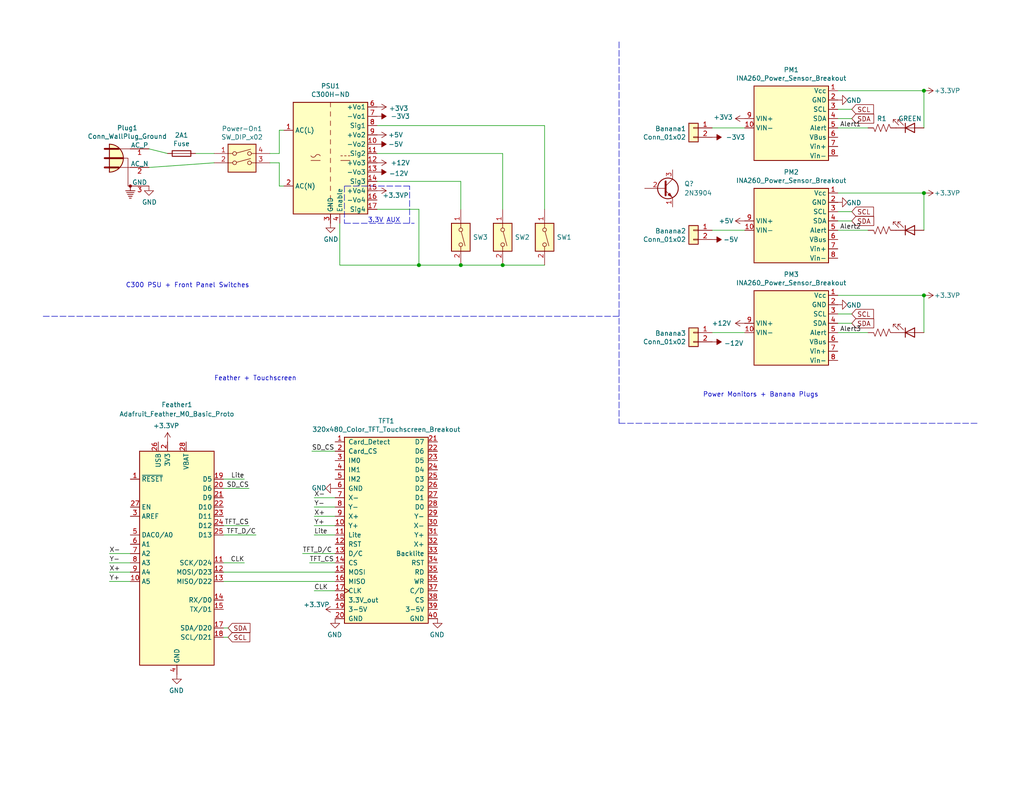
<source format=kicad_sch>
(kicad_sch (version 20211123) (generator eeschema)

  (uuid fc6e20db-d16b-48ba-b9e5-b5168c2383ee)

  (paper "USLetter")

  (title_block
    (title "DORA Power Supply V2 Schematic")
    (date "2023-02-01")
    (rev "V2.3")
    (company "ASU's Interplanetary Initiative Laboratory")
    (comment 1 "Created By: Danny Jacobs, Christopher McCormick, Anyell Mata")
  )

  (lib_symbols
    (symbol "Connector_Generic:Conn_01x02" (pin_names (offset 1.016) hide) (in_bom yes) (on_board yes)
      (property "Reference" "J" (id 0) (at 0 2.54 0)
        (effects (font (size 1.27 1.27)))
      )
      (property "Value" "Conn_01x02" (id 1) (at 0 -5.08 0)
        (effects (font (size 1.27 1.27)))
      )
      (property "Footprint" "" (id 2) (at 0 0 0)
        (effects (font (size 1.27 1.27)) hide)
      )
      (property "Datasheet" "~" (id 3) (at 0 0 0)
        (effects (font (size 1.27 1.27)) hide)
      )
      (property "ki_keywords" "connector" (id 4) (at 0 0 0)
        (effects (font (size 1.27 1.27)) hide)
      )
      (property "ki_description" "Generic connector, single row, 01x02, script generated (kicad-library-utils/schlib/autogen/connector/)" (id 5) (at 0 0 0)
        (effects (font (size 1.27 1.27)) hide)
      )
      (property "ki_fp_filters" "Connector*:*_1x??_*" (id 6) (at 0 0 0)
        (effects (font (size 1.27 1.27)) hide)
      )
      (symbol "Conn_01x02_1_1"
        (rectangle (start -1.27 -2.413) (end 0 -2.667)
          (stroke (width 0.1524) (type default) (color 0 0 0 0))
          (fill (type none))
        )
        (rectangle (start -1.27 0.127) (end 0 -0.127)
          (stroke (width 0.1524) (type default) (color 0 0 0 0))
          (fill (type none))
        )
        (rectangle (start -1.27 1.27) (end 1.27 -3.81)
          (stroke (width 0.254) (type default) (color 0 0 0 0))
          (fill (type background))
        )
        (pin passive line (at -5.08 0 0) (length 3.81)
          (name "Pin_1" (effects (font (size 1.27 1.27))))
          (number "1" (effects (font (size 1.27 1.27))))
        )
        (pin passive line (at -5.08 -2.54 0) (length 3.81)
          (name "Pin_2" (effects (font (size 1.27 1.27))))
          (number "2" (effects (font (size 1.27 1.27))))
        )
      )
    )
    (symbol "DORA_Power_Supply_V3-rescue:320x480_Color_TFT_Touchscreen_Breakout-Adafruit" (pin_names (offset 1.016)) (in_bom yes) (on_board yes)
      (property "Reference" "TFT" (id 0) (at -11.43 26.67 0)
        (effects (font (size 1.27 1.27)))
      )
      (property "Value" "320x480_Color_TFT_Touchscreen_Breakout-Adafruit" (id 1) (at 0 26.67 0)
        (effects (font (size 1.27 1.27)) (justify left))
      )
      (property "Footprint" "" (id 2) (at 0 -38.1 0)
        (effects (font (size 1.27 1.27)) hide)
      )
      (property "Datasheet" "" (id 3) (at 7.62 -5.08 0)
        (effects (font (size 1.27 1.27)) hide)
      )
      (symbol "320x480_Color_TFT_Touchscreen_Breakout-Adafruit_0_1"
        (rectangle (start -12.7 25.4) (end 10.16 -25.4)
          (stroke (width 0.254) (type default) (color 0 0 0 0))
          (fill (type background))
        )
      )
      (symbol "320x480_Color_TFT_Touchscreen_Breakout-Adafruit_1_1"
        (pin passive line (at -15.24 24.13 0) (length 2.54)
          (name "Card_Detect" (effects (font (size 1.27 1.27))))
          (number "1" (effects (font (size 1.27 1.27))))
        )
        (pin input line (at -15.24 1.27 0) (length 2.54)
          (name "Y+" (effects (font (size 1.27 1.27))))
          (number "10" (effects (font (size 1.27 1.27))))
        )
        (pin passive line (at -15.24 -1.27 0) (length 2.54)
          (name "Lite" (effects (font (size 1.27 1.27))))
          (number "11" (effects (font (size 1.27 1.27))))
        )
        (pin passive line (at -15.24 -3.81 0) (length 2.54)
          (name "RST" (effects (font (size 1.27 1.27))))
          (number "12" (effects (font (size 1.27 1.27))))
        )
        (pin passive line (at -15.24 -6.35 0) (length 2.54)
          (name "D/C" (effects (font (size 1.27 1.27))))
          (number "13" (effects (font (size 1.27 1.27))))
        )
        (pin input line (at -15.24 -8.89 0) (length 2.54)
          (name "CS" (effects (font (size 1.27 1.27))))
          (number "14" (effects (font (size 1.27 1.27))))
        )
        (pin input line (at -15.24 -11.43 0) (length 2.54)
          (name "MOSI" (effects (font (size 1.27 1.27))))
          (number "15" (effects (font (size 1.27 1.27))))
        )
        (pin output line (at -15.24 -13.97 0) (length 2.54)
          (name "MISO" (effects (font (size 1.27 1.27))))
          (number "16" (effects (font (size 1.27 1.27))))
        )
        (pin passive clock (at -15.24 -16.51 0) (length 2.54)
          (name "CLK" (effects (font (size 1.27 1.27))))
          (number "17" (effects (font (size 1.27 1.27))))
        )
        (pin power_out line (at -15.24 -19.05 0) (length 2.54)
          (name "3.3V_out" (effects (font (size 1.27 1.27))))
          (number "18" (effects (font (size 1.27 1.27))))
        )
        (pin power_in line (at -15.24 -21.59 0) (length 2.54)
          (name "3-5V" (effects (font (size 1.27 1.27))))
          (number "19" (effects (font (size 1.27 1.27))))
        )
        (pin passive line (at -15.24 21.59 0) (length 2.54)
          (name "Card_CS" (effects (font (size 1.27 1.27))))
          (number "2" (effects (font (size 1.27 1.27))))
        )
        (pin power_out line (at -15.24 -24.13 0) (length 2.54)
          (name "GND" (effects (font (size 1.27 1.27))))
          (number "20" (effects (font (size 1.27 1.27))))
        )
        (pin passive line (at 12.7 24.13 180) (length 2.54)
          (name "D7" (effects (font (size 1.27 1.27))))
          (number "21" (effects (font (size 1.27 1.27))))
        )
        (pin passive line (at 12.7 21.59 180) (length 2.54)
          (name "D6" (effects (font (size 1.27 1.27))))
          (number "22" (effects (font (size 1.27 1.27))))
        )
        (pin passive line (at 12.7 19.05 180) (length 2.54)
          (name "D5" (effects (font (size 1.27 1.27))))
          (number "23" (effects (font (size 1.27 1.27))))
        )
        (pin passive line (at 12.7 16.51 180) (length 2.54)
          (name "D4" (effects (font (size 1.27 1.27))))
          (number "24" (effects (font (size 1.27 1.27))))
        )
        (pin passive line (at 12.7 13.97 180) (length 2.54)
          (name "D3" (effects (font (size 1.27 1.27))))
          (number "25" (effects (font (size 1.27 1.27))))
        )
        (pin passive line (at 12.7 11.43 180) (length 2.54)
          (name "D2" (effects (font (size 1.27 1.27))))
          (number "26" (effects (font (size 1.27 1.27))))
        )
        (pin passive line (at 12.7 8.89 180) (length 2.54)
          (name "D1" (effects (font (size 1.27 1.27))))
          (number "27" (effects (font (size 1.27 1.27))))
        )
        (pin passive line (at 12.7 6.35 180) (length 2.54)
          (name "D0" (effects (font (size 1.27 1.27))))
          (number "28" (effects (font (size 1.27 1.27))))
        )
        (pin output line (at 12.7 3.81 180) (length 2.54)
          (name "Y-" (effects (font (size 1.27 1.27))))
          (number "29" (effects (font (size 1.27 1.27))))
        )
        (pin passive line (at -15.24 19.05 0) (length 2.54)
          (name "IM0" (effects (font (size 1.27 1.27))))
          (number "3" (effects (font (size 1.27 1.27))))
        )
        (pin output line (at 12.7 1.27 180) (length 2.54)
          (name "X-" (effects (font (size 1.27 1.27))))
          (number "30" (effects (font (size 1.27 1.27))))
        )
        (pin input line (at 12.7 -1.27 180) (length 2.54)
          (name "Y+" (effects (font (size 1.27 1.27))))
          (number "31" (effects (font (size 1.27 1.27))))
        )
        (pin input line (at 12.7 -3.81 180) (length 2.54)
          (name "X+" (effects (font (size 1.27 1.27))))
          (number "32" (effects (font (size 1.27 1.27))))
        )
        (pin input line (at 12.7 -6.35 180) (length 2.54)
          (name "Backlite" (effects (font (size 1.27 1.27))))
          (number "33" (effects (font (size 1.27 1.27))))
        )
        (pin passive line (at 12.7 -8.89 180) (length 2.54)
          (name "RST" (effects (font (size 1.27 1.27))))
          (number "34" (effects (font (size 1.27 1.27))))
        )
        (pin passive line (at 12.7 -11.43 180) (length 2.54)
          (name "RD" (effects (font (size 1.27 1.27))))
          (number "35" (effects (font (size 1.27 1.27))))
        )
        (pin passive line (at 12.7 -13.97 180) (length 2.54)
          (name "WR" (effects (font (size 1.27 1.27))))
          (number "36" (effects (font (size 1.27 1.27))))
        )
        (pin passive line (at 12.7 -16.51 180) (length 2.54)
          (name "C/D" (effects (font (size 1.27 1.27))))
          (number "37" (effects (font (size 1.27 1.27))))
        )
        (pin input line (at 12.7 -19.05 180) (length 2.54)
          (name "CS" (effects (font (size 1.27 1.27))))
          (number "38" (effects (font (size 1.27 1.27))))
        )
        (pin power_in line (at 12.7 -21.59 180) (length 2.54)
          (name "3-5V" (effects (font (size 1.27 1.27))))
          (number "39" (effects (font (size 1.27 1.27))))
        )
        (pin passive line (at -15.24 16.51 0) (length 2.54)
          (name "IM1" (effects (font (size 1.27 1.27))))
          (number "4" (effects (font (size 1.27 1.27))))
        )
        (pin power_out line (at 12.7 -24.13 180) (length 2.54)
          (name "GND" (effects (font (size 1.27 1.27))))
          (number "40" (effects (font (size 1.27 1.27))))
        )
        (pin passive line (at -15.24 13.97 0) (length 2.54)
          (name "IM2" (effects (font (size 1.27 1.27))))
          (number "5" (effects (font (size 1.27 1.27))))
        )
        (pin power_out line (at -15.24 11.43 0) (length 2.54)
          (name "GND" (effects (font (size 1.27 1.27))))
          (number "6" (effects (font (size 1.27 1.27))))
        )
        (pin output line (at -15.24 8.89 0) (length 2.54)
          (name "X-" (effects (font (size 1.27 1.27))))
          (number "7" (effects (font (size 1.27 1.27))))
        )
        (pin output line (at -15.24 6.35 0) (length 2.54)
          (name "Y-" (effects (font (size 1.27 1.27))))
          (number "8" (effects (font (size 1.27 1.27))))
        )
        (pin input line (at -15.24 3.81 0) (length 2.54)
          (name "X+" (effects (font (size 1.27 1.27))))
          (number "9" (effects (font (size 1.27 1.27))))
        )
      )
    )
    (symbol "DORA_Power_Supply_V3-rescue:C300H-ND-Sanken" (in_bom yes) (on_board yes)
      (property "Reference" "PSU" (id 0) (at 0 19.05 0)
        (effects (font (size 1.27 1.27)))
      )
      (property "Value" "C300H-ND-Sanken" (id 1) (at 0 16.51 0)
        (effects (font (size 1.27 1.27)))
      )
      (property "Footprint" "Converter_ACDC:Converter_ACDC_CUI_PBO-3-Sxx_THT_Vertical" (id 2) (at 0 1.27 0)
        (effects (font (size 1.27 1.27)) hide)
      )
      (property "Datasheet" "" (id 3) (at 0 0 0)
        (effects (font (size 1.27 1.27)) hide)
      )
      (property "ki_fp_filters" "Converter*ACDC*Sanken*C300H-ND*" (id 4) (at 0 0 0)
        (effects (font (size 1.27 1.27)) hide)
      )
      (symbol "C300H-ND-Sanken_0_0"
        (pin power_out line (at 12.7 3.81 180) (length 2.54)
          (name "-Vo2" (effects (font (size 1.27 1.27))))
          (number "10" (effects (font (size 1.27 1.27))))
        )
        (pin bidirectional line (at 12.7 1.27 180) (length 2.54)
          (name "Sig2" (effects (font (size 1.27 1.27))))
          (number "11" (effects (font (size 1.27 1.27))))
        )
        (pin power_out line (at 12.7 -1.27 180) (length 2.54)
          (name "+Vo3" (effects (font (size 1.27 1.27))))
          (number "12" (effects (font (size 1.27 1.27))))
        )
        (pin power_out line (at 12.7 -3.81 180) (length 2.54)
          (name "-Vo3" (effects (font (size 1.27 1.27))))
          (number "13" (effects (font (size 1.27 1.27))))
        )
        (pin bidirectional line (at 12.7 -6.35 180) (length 2.54)
          (name "Sig3" (effects (font (size 1.27 1.27))))
          (number "14" (effects (font (size 1.27 1.27))))
        )
        (pin power_out line (at 12.7 -8.89 180) (length 2.54)
          (name "+Vo4" (effects (font (size 1.27 1.27))))
          (number "15" (effects (font (size 1.27 1.27))))
        )
        (pin power_out line (at 12.7 -11.43 180) (length 2.54)
          (name "-Vo4" (effects (font (size 1.27 1.27))))
          (number "16" (effects (font (size 1.27 1.27))))
        )
        (pin bidirectional line (at 12.7 -13.97 180) (length 2.54)
          (name "Sig4" (effects (font (size 1.27 1.27))))
          (number "17" (effects (font (size 1.27 1.27))))
        )
        (pin power_out line (at 0 -17.78 90) (length 2.54)
          (name "GND" (effects (font (size 1.27 1.27))))
          (number "3" (effects (font (size 1.27 1.27))))
        )
        (pin passive line (at 2.54 -17.78 90) (length 2.54)
          (name "Enable" (effects (font (size 1.27 1.27))))
          (number "4" (effects (font (size 1.27 1.27))))
        )
        (pin bidirectional line (at 12.7 8.89 180) (length 2.54)
          (name "Sig1" (effects (font (size 1.27 1.27))))
          (number "8" (effects (font (size 1.27 1.27))))
        )
        (pin power_out line (at 12.7 6.35 180) (length 2.54)
          (name "+Vo2" (effects (font (size 1.27 1.27))))
          (number "9" (effects (font (size 1.27 1.27))))
        )
      )
      (symbol "C300H-ND-Sanken_1_1"
        (rectangle (start -10.16 15.24) (end 10.16 -15.24)
          (stroke (width 0.254) (type default) (color 0 0 0 0))
          (fill (type background))
        )
        (arc (start -5.334 0.635) (mid -4.699 0.2495) (end -4.064 0.635)
          (stroke (width 0) (type default) (color 0 0 0 0))
          (fill (type none))
        )
        (arc (start -2.794 0.635) (mid -3.429 1.0072) (end -4.064 0.635)
          (stroke (width 0) (type default) (color 0 0 0 0))
          (fill (type none))
        )
        (polyline
          (pts
            (xy -5.334 -0.635)
            (xy -2.794 -0.635)
          )
          (stroke (width 0) (type default) (color 0 0 0 0))
          (fill (type none))
        )
        (polyline
          (pts
            (xy 0 -15.24)
            (xy 0 -16.51)
          )
          (stroke (width 0) (type default) (color 0 0 0 0))
          (fill (type none))
        )
        (polyline
          (pts
            (xy 0 -12.7)
            (xy 0 -13.97)
          )
          (stroke (width 0) (type default) (color 0 0 0 0))
          (fill (type none))
        )
        (polyline
          (pts
            (xy 0 -10.16)
            (xy 0 -11.43)
          )
          (stroke (width 0) (type default) (color 0 0 0 0))
          (fill (type none))
        )
        (polyline
          (pts
            (xy 0 -7.62)
            (xy 0 -8.89)
          )
          (stroke (width 0) (type default) (color 0 0 0 0))
          (fill (type none))
        )
        (polyline
          (pts
            (xy 0 -5.08)
            (xy 0 -6.35)
          )
          (stroke (width 0) (type default) (color 0 0 0 0))
          (fill (type none))
        )
        (polyline
          (pts
            (xy 0 -2.54)
            (xy 0 -3.81)
          )
          (stroke (width 0) (type default) (color 0 0 0 0))
          (fill (type none))
        )
        (polyline
          (pts
            (xy 0 0)
            (xy 0 -1.27)
          )
          (stroke (width 0) (type default) (color 0 0 0 0))
          (fill (type none))
        )
        (polyline
          (pts
            (xy 0 2.54)
            (xy 0 1.27)
          )
          (stroke (width 0) (type default) (color 0 0 0 0))
          (fill (type none))
        )
        (polyline
          (pts
            (xy 0 5.08)
            (xy 0 3.81)
          )
          (stroke (width 0) (type default) (color 0 0 0 0))
          (fill (type none))
        )
        (polyline
          (pts
            (xy 0 7.62)
            (xy 0 6.35)
          )
          (stroke (width 0) (type default) (color 0 0 0 0))
          (fill (type none))
        )
        (polyline
          (pts
            (xy 0 10.16)
            (xy 0 8.89)
          )
          (stroke (width 0) (type default) (color 0 0 0 0))
          (fill (type none))
        )
        (polyline
          (pts
            (xy 0 12.7)
            (xy 0 11.43)
          )
          (stroke (width 0) (type default) (color 0 0 0 0))
          (fill (type none))
        )
        (polyline
          (pts
            (xy 0 15.24)
            (xy 0 13.97)
          )
          (stroke (width 0) (type default) (color 0 0 0 0))
          (fill (type none))
        )
        (polyline
          (pts
            (xy 2.794 -0.635)
            (xy 5.334 -0.635)
          )
          (stroke (width 0) (type default) (color 0 0 0 0))
          (fill (type none))
        )
        (polyline
          (pts
            (xy 2.794 0.635)
            (xy 3.302 0.635)
          )
          (stroke (width 0) (type default) (color 0 0 0 0))
          (fill (type none))
        )
        (polyline
          (pts
            (xy 3.81 0.635)
            (xy 4.318 0.635)
          )
          (stroke (width 0) (type default) (color 0 0 0 0))
          (fill (type none))
        )
        (polyline
          (pts
            (xy 4.826 0.635)
            (xy 5.334 0.635)
          )
          (stroke (width 0) (type default) (color 0 0 0 0))
          (fill (type none))
        )
        (pin power_in line (at -12.7 7.62 0) (length 2.54)
          (name "AC(L)" (effects (font (size 1.27 1.27))))
          (number "1" (effects (font (size 1.27 1.27))))
        )
        (pin power_in line (at -12.7 -7.62 0) (length 2.54)
          (name "AC(N)" (effects (font (size 1.27 1.27))))
          (number "2" (effects (font (size 1.27 1.27))))
        )
        (pin power_out line (at 12.7 13.97 180) (length 2.54)
          (name "+Vo1" (effects (font (size 1.27 1.27))))
          (number "6" (effects (font (size 1.27 1.27))))
        )
        (pin power_out line (at 12.7 11.43 180) (length 2.54)
          (name "-Vo1" (effects (font (size 1.27 1.27))))
          (number "7" (effects (font (size 1.27 1.27))))
        )
      )
    )
    (symbol "DORA_Power_Supply_V3-rescue:Conn_WallPlug_Ground-Connector" (pin_names (offset 0)) (in_bom yes) (on_board yes)
      (property "Reference" "P" (id 0) (at 0 3.81 0)
        (effects (font (size 1.27 1.27)) (justify bottom))
      )
      (property "Value" "Conn_WallPlug_Ground-Connector" (id 1) (at -5.08 0 90)
        (effects (font (size 1.27 1.27)) (justify bottom))
      )
      (property "Footprint" "" (id 2) (at 10.16 0 0)
        (effects (font (size 1.27 1.27)) hide)
      )
      (property "Datasheet" "" (id 3) (at 10.16 0 0)
        (effects (font (size 1.27 1.27)) hide)
      )
      (symbol "Conn_WallPlug_Ground-Connector_0_1"
        (arc (start -3.175 -3.81) (mid 0.635 0) (end -3.175 3.81)
          (stroke (width 0.254) (type default) (color 0 0 0 0))
          (fill (type background))
        )
        (polyline
          (pts
            (xy -4.445 -2.54)
            (xy -0.635 -2.54)
          )
          (stroke (width 0.508) (type default) (color 0 0 0 0))
          (fill (type none))
        )
        (polyline
          (pts
            (xy -4.445 0)
            (xy 0.508 0)
          )
          (stroke (width 0.508) (type default) (color 0 0 0 0))
          (fill (type none))
        )
        (polyline
          (pts
            (xy -4.445 2.54)
            (xy -0.635 2.54)
          )
          (stroke (width 0.508) (type default) (color 0 0 0 0))
          (fill (type none))
        )
        (polyline
          (pts
            (xy -3.175 -3.81)
            (xy -3.175 3.81)
          )
          (stroke (width 0.254) (type default) (color 0 0 0 0))
          (fill (type none))
        )
        (polyline
          (pts
            (xy -0.635 -2.54)
            (xy 2.54 -2.54)
          )
          (stroke (width 0) (type default) (color 0 0 0 0))
          (fill (type none))
        )
        (polyline
          (pts
            (xy -0.635 2.54)
            (xy 2.54 2.54)
          )
          (stroke (width 0) (type default) (color 0 0 0 0))
          (fill (type none))
        )
        (polyline
          (pts
            (xy 1.524 -9.398)
            (xy 3.556 -9.398)
          )
          (stroke (width 0.2032) (type default) (color 0 0 0 0))
          (fill (type none))
        )
        (polyline
          (pts
            (xy 1.778 -9.906)
            (xy 3.302 -9.906)
          )
          (stroke (width 0.2032) (type default) (color 0 0 0 0))
          (fill (type none))
        )
        (polyline
          (pts
            (xy 2.032 -10.414)
            (xy 3.048 -10.414)
          )
          (stroke (width 0.2032) (type default) (color 0 0 0 0))
          (fill (type none))
        )
        (polyline
          (pts
            (xy 2.286 -10.922)
            (xy 2.794 -10.922)
          )
          (stroke (width 0.2032) (type default) (color 0 0 0 0))
          (fill (type none))
        )
        (polyline
          (pts
            (xy 2.54 -7.62)
            (xy 2.54 -8.89)
          )
          (stroke (width 0.2032) (type default) (color 0 0 0 0))
          (fill (type none))
        )
        (polyline
          (pts
            (xy 3.81 -8.89)
            (xy 1.27 -8.89)
          )
          (stroke (width 0.2032) (type default) (color 0 0 0 0))
          (fill (type none))
        )
        (polyline
          (pts
            (xy 2.54 -7.62)
            (xy 1.905 -7.62)
            (xy 1.905 0)
            (xy -4.445 0)
          )
          (stroke (width 0) (type default) (color 0 0 0 0))
          (fill (type none))
        )
        (circle (center 2.54 -7.62) (radius 0.3556)
          (stroke (width 0) (type default) (color 0 0 0 0))
          (fill (type outline))
        )
      )
      (symbol "Conn_WallPlug_Ground-Connector_1_1"
        (pin power_out line (at 7.62 2.54 180) (length 5.08)
          (name "AC_P" (effects (font (size 1.27 1.27))))
          (number "1" (effects (font (size 1.27 1.27))))
        )
        (pin power_out line (at 7.62 -2.54 180) (length 5.08)
          (name "AC_N" (effects (font (size 1.27 1.27))))
          (number "2" (effects (font (size 1.27 1.27))))
        )
        (pin passive line (at 7.62 -7.62 180) (length 5.08)
          (name "GND" (effects (font (size 1.27 1.27))))
          (number "3" (effects (font (size 1.27 1.27))))
        )
      )
    )
    (symbol "DORA_Power_Supply_V3-rescue:INA260_Power_Sensor_Breakout-Adafruit" (in_bom yes) (on_board yes)
      (property "Reference" "PM" (id 0) (at 11.43 29.21 0)
        (effects (font (size 1.27 1.27)))
      )
      (property "Value" "INA260_Power_Sensor_Breakout-Adafruit" (id 1) (at -2.54 26.67 0)
        (effects (font (size 1.27 1.27)) (justify left))
      )
      (property "Footprint" "" (id 2) (at 0 -15.24 0)
        (effects (font (size 1.27 1.27)) hide)
      )
      (property "Datasheet" "" (id 3) (at -27.94 -13.97 0)
        (effects (font (size 1.27 1.27)) hide)
      )
      (symbol "INA260_Power_Sensor_Breakout-Adafruit_0_1"
        (rectangle (start 20.32 20.32) (end 0 0)
          (stroke (width 0.254) (type default) (color 0 0 0 0))
          (fill (type background))
        )
      )
      (symbol "INA260_Power_Sensor_Breakout-Adafruit_1_1"
        (pin power_in line (at -2.54 19.05 0) (length 2.54)
          (name "Vcc" (effects (font (size 1.27 1.27))))
          (number "1" (effects (font (size 1.27 1.27))))
        )
        (pin power_out line (at 22.86 8.89 180) (length 2.54)
          (name "VIN-" (effects (font (size 1.27 1.27))))
          (number "10" (effects (font (size 1.27 1.27))))
        )
        (pin passive line (at -2.54 16.51 0) (length 2.54)
          (name "GND" (effects (font (size 1.27 1.27))))
          (number "2" (effects (font (size 1.27 1.27))))
        )
        (pin input line (at -2.54 13.97 0) (length 2.54)
          (name "SCL" (effects (font (size 1.27 1.27))))
          (number "3" (effects (font (size 1.27 1.27))))
        )
        (pin output line (at -2.54 11.43 0) (length 2.54)
          (name "SDA" (effects (font (size 1.27 1.27))))
          (number "4" (effects (font (size 1.27 1.27))))
        )
        (pin passive line (at -2.54 8.89 0) (length 2.54)
          (name "Alert" (effects (font (size 1.27 1.27))))
          (number "5" (effects (font (size 1.27 1.27))))
        )
        (pin input line (at -2.54 6.35 0) (length 2.54)
          (name "VBus" (effects (font (size 1.27 1.27))))
          (number "6" (effects (font (size 1.27 1.27))))
        )
        (pin power_in line (at -2.54 3.81 0) (length 2.54)
          (name "Vin+" (effects (font (size 1.27 1.27))))
          (number "7" (effects (font (size 1.27 1.27))))
        )
        (pin power_out line (at -2.54 1.27 0) (length 2.54)
          (name "Vin-" (effects (font (size 1.27 1.27))))
          (number "8" (effects (font (size 1.27 1.27))))
        )
        (pin power_in line (at 22.86 11.43 180) (length 2.54)
          (name "VIN+" (effects (font (size 1.27 1.27))))
          (number "9" (effects (font (size 1.27 1.27))))
        )
      )
    )
    (symbol "Device:Fuse" (pin_numbers hide) (pin_names (offset 0)) (in_bom yes) (on_board yes)
      (property "Reference" "F" (id 0) (at 2.032 0 90)
        (effects (font (size 1.27 1.27)))
      )
      (property "Value" "Fuse" (id 1) (at -1.905 0 90)
        (effects (font (size 1.27 1.27)))
      )
      (property "Footprint" "" (id 2) (at -1.778 0 90)
        (effects (font (size 1.27 1.27)) hide)
      )
      (property "Datasheet" "~" (id 3) (at 0 0 0)
        (effects (font (size 1.27 1.27)) hide)
      )
      (property "ki_keywords" "fuse" (id 4) (at 0 0 0)
        (effects (font (size 1.27 1.27)) hide)
      )
      (property "ki_description" "Fuse" (id 5) (at 0 0 0)
        (effects (font (size 1.27 1.27)) hide)
      )
      (property "ki_fp_filters" "*Fuse*" (id 6) (at 0 0 0)
        (effects (font (size 1.27 1.27)) hide)
      )
      (symbol "Fuse_0_1"
        (rectangle (start -0.762 -2.54) (end 0.762 2.54)
          (stroke (width 0.254) (type default) (color 0 0 0 0))
          (fill (type none))
        )
        (polyline
          (pts
            (xy 0 2.54)
            (xy 0 -2.54)
          )
          (stroke (width 0) (type default) (color 0 0 0 0))
          (fill (type none))
        )
      )
      (symbol "Fuse_1_1"
        (pin passive line (at 0 3.81 270) (length 1.27)
          (name "~" (effects (font (size 1.27 1.27))))
          (number "1" (effects (font (size 1.27 1.27))))
        )
        (pin passive line (at 0 -3.81 90) (length 1.27)
          (name "~" (effects (font (size 1.27 1.27))))
          (number "2" (effects (font (size 1.27 1.27))))
        )
      )
    )
    (symbol "Device:LED" (pin_numbers hide) (pin_names (offset 1.016) hide) (in_bom yes) (on_board yes)
      (property "Reference" "D" (id 0) (at 0 2.54 0)
        (effects (font (size 1.27 1.27)))
      )
      (property "Value" "LED" (id 1) (at 0 -2.54 0)
        (effects (font (size 1.27 1.27)))
      )
      (property "Footprint" "" (id 2) (at 0 0 0)
        (effects (font (size 1.27 1.27)) hide)
      )
      (property "Datasheet" "~" (id 3) (at 0 0 0)
        (effects (font (size 1.27 1.27)) hide)
      )
      (property "ki_keywords" "LED diode" (id 4) (at 0 0 0)
        (effects (font (size 1.27 1.27)) hide)
      )
      (property "ki_description" "Light emitting diode" (id 5) (at 0 0 0)
        (effects (font (size 1.27 1.27)) hide)
      )
      (property "ki_fp_filters" "LED* LED_SMD:* LED_THT:*" (id 6) (at 0 0 0)
        (effects (font (size 1.27 1.27)) hide)
      )
      (symbol "LED_0_1"
        (polyline
          (pts
            (xy -1.27 -1.27)
            (xy -1.27 1.27)
          )
          (stroke (width 0.254) (type default) (color 0 0 0 0))
          (fill (type none))
        )
        (polyline
          (pts
            (xy -1.27 0)
            (xy 1.27 0)
          )
          (stroke (width 0) (type default) (color 0 0 0 0))
          (fill (type none))
        )
        (polyline
          (pts
            (xy 1.27 -1.27)
            (xy 1.27 1.27)
            (xy -1.27 0)
            (xy 1.27 -1.27)
          )
          (stroke (width 0.254) (type default) (color 0 0 0 0))
          (fill (type none))
        )
        (polyline
          (pts
            (xy -3.048 -0.762)
            (xy -4.572 -2.286)
            (xy -3.81 -2.286)
            (xy -4.572 -2.286)
            (xy -4.572 -1.524)
          )
          (stroke (width 0) (type default) (color 0 0 0 0))
          (fill (type none))
        )
        (polyline
          (pts
            (xy -1.778 -0.762)
            (xy -3.302 -2.286)
            (xy -2.54 -2.286)
            (xy -3.302 -2.286)
            (xy -3.302 -1.524)
          )
          (stroke (width 0) (type default) (color 0 0 0 0))
          (fill (type none))
        )
      )
      (symbol "LED_1_1"
        (pin passive line (at -3.81 0 0) (length 2.54)
          (name "K" (effects (font (size 1.27 1.27))))
          (number "1" (effects (font (size 1.27 1.27))))
        )
        (pin passive line (at 3.81 0 180) (length 2.54)
          (name "A" (effects (font (size 1.27 1.27))))
          (number "2" (effects (font (size 1.27 1.27))))
        )
      )
    )
    (symbol "Device:R_US" (pin_numbers hide) (pin_names (offset 0)) (in_bom yes) (on_board yes)
      (property "Reference" "R" (id 0) (at 2.54 0 90)
        (effects (font (size 1.27 1.27)))
      )
      (property "Value" "R_US" (id 1) (at -2.54 0 90)
        (effects (font (size 1.27 1.27)))
      )
      (property "Footprint" "" (id 2) (at 1.016 -0.254 90)
        (effects (font (size 1.27 1.27)) hide)
      )
      (property "Datasheet" "~" (id 3) (at 0 0 0)
        (effects (font (size 1.27 1.27)) hide)
      )
      (property "ki_keywords" "R res resistor" (id 4) (at 0 0 0)
        (effects (font (size 1.27 1.27)) hide)
      )
      (property "ki_description" "Resistor, US symbol" (id 5) (at 0 0 0)
        (effects (font (size 1.27 1.27)) hide)
      )
      (property "ki_fp_filters" "R_*" (id 6) (at 0 0 0)
        (effects (font (size 1.27 1.27)) hide)
      )
      (symbol "R_US_0_1"
        (polyline
          (pts
            (xy 0 -2.286)
            (xy 0 -2.54)
          )
          (stroke (width 0) (type default) (color 0 0 0 0))
          (fill (type none))
        )
        (polyline
          (pts
            (xy 0 2.286)
            (xy 0 2.54)
          )
          (stroke (width 0) (type default) (color 0 0 0 0))
          (fill (type none))
        )
        (polyline
          (pts
            (xy 0 -0.762)
            (xy 1.016 -1.143)
            (xy 0 -1.524)
            (xy -1.016 -1.905)
            (xy 0 -2.286)
          )
          (stroke (width 0) (type default) (color 0 0 0 0))
          (fill (type none))
        )
        (polyline
          (pts
            (xy 0 0.762)
            (xy 1.016 0.381)
            (xy 0 0)
            (xy -1.016 -0.381)
            (xy 0 -0.762)
          )
          (stroke (width 0) (type default) (color 0 0 0 0))
          (fill (type none))
        )
        (polyline
          (pts
            (xy 0 2.286)
            (xy 1.016 1.905)
            (xy 0 1.524)
            (xy -1.016 1.143)
            (xy 0 0.762)
          )
          (stroke (width 0) (type default) (color 0 0 0 0))
          (fill (type none))
        )
      )
      (symbol "R_US_1_1"
        (pin passive line (at 0 3.81 270) (length 1.27)
          (name "~" (effects (font (size 1.27 1.27))))
          (number "1" (effects (font (size 1.27 1.27))))
        )
        (pin passive line (at 0 -3.81 90) (length 1.27)
          (name "~" (effects (font (size 1.27 1.27))))
          (number "2" (effects (font (size 1.27 1.27))))
        )
      )
    )
    (symbol "MCU_Module:Adafruit_Feather_M0_Basic_Proto" (in_bom yes) (on_board yes)
      (property "Reference" "A" (id 0) (at -10.16 29.21 0)
        (effects (font (size 1.27 1.27)) (justify left))
      )
      (property "Value" "Adafruit_Feather_M0_Basic_Proto" (id 1) (at 2.54 -31.75 0)
        (effects (font (size 1.27 1.27)) (justify left))
      )
      (property "Footprint" "Module:Adafruit_Feather" (id 2) (at 2.54 -34.29 0)
        (effects (font (size 1.27 1.27)) (justify left) hide)
      )
      (property "Datasheet" "https://cdn-learn.adafruit.com/downloads/pdf/adafruit-feather-m0-basic-proto.pdf" (id 3) (at 0 -30.48 0)
        (effects (font (size 1.27 1.27)) hide)
      )
      (property "ki_keywords" "Adafruit feather microcontroller module USB M0 SAMD21" (id 4) (at 0 0 0)
        (effects (font (size 1.27 1.27)) hide)
      )
      (property "ki_description" "Microcontroller module with SAMD21 Cortex-M0 MCU" (id 5) (at 0 0 0)
        (effects (font (size 1.27 1.27)) hide)
      )
      (property "ki_fp_filters" "Adafruit*Feather*" (id 6) (at 0 0 0)
        (effects (font (size 1.27 1.27)) hide)
      )
      (symbol "Adafruit_Feather_M0_Basic_Proto_0_1"
        (rectangle (start -10.16 27.94) (end 10.16 -30.48)
          (stroke (width 0.254) (type default) (color 0 0 0 0))
          (fill (type background))
        )
      )
      (symbol "Adafruit_Feather_M0_Basic_Proto_1_1"
        (pin input line (at 12.7 20.32 180) (length 2.54)
          (name "~{RESET}" (effects (font (size 1.27 1.27))))
          (number "1" (effects (font (size 1.27 1.27))))
        )
        (pin bidirectional line (at 12.7 -7.62 180) (length 2.54)
          (name "A5" (effects (font (size 1.27 1.27))))
          (number "10" (effects (font (size 1.27 1.27))))
        )
        (pin bidirectional line (at -12.7 -2.54 0) (length 2.54)
          (name "SCK/D24" (effects (font (size 1.27 1.27))))
          (number "11" (effects (font (size 1.27 1.27))))
        )
        (pin bidirectional line (at -12.7 -5.08 0) (length 2.54)
          (name "MOSI/D23" (effects (font (size 1.27 1.27))))
          (number "12" (effects (font (size 1.27 1.27))))
        )
        (pin bidirectional line (at -12.7 -7.62 0) (length 2.54)
          (name "MISO/D22" (effects (font (size 1.27 1.27))))
          (number "13" (effects (font (size 1.27 1.27))))
        )
        (pin bidirectional line (at -12.7 -12.7 0) (length 2.54)
          (name "RX/D0" (effects (font (size 1.27 1.27))))
          (number "14" (effects (font (size 1.27 1.27))))
        )
        (pin bidirectional line (at -12.7 -15.24 0) (length 2.54)
          (name "TX/D1" (effects (font (size 1.27 1.27))))
          (number "15" (effects (font (size 1.27 1.27))))
        )
        (pin passive line (at 0 -33.02 90) (length 2.54) hide
          (name "GND" (effects (font (size 1.27 1.27))))
          (number "16" (effects (font (size 1.27 1.27))))
        )
        (pin bidirectional line (at -12.7 -20.32 0) (length 2.54)
          (name "SDA/D20" (effects (font (size 1.27 1.27))))
          (number "17" (effects (font (size 1.27 1.27))))
        )
        (pin bidirectional line (at -12.7 -22.86 0) (length 2.54)
          (name "SCL/D21" (effects (font (size 1.27 1.27))))
          (number "18" (effects (font (size 1.27 1.27))))
        )
        (pin bidirectional line (at -12.7 20.32 0) (length 2.54)
          (name "D5" (effects (font (size 1.27 1.27))))
          (number "19" (effects (font (size 1.27 1.27))))
        )
        (pin power_in line (at 2.54 30.48 270) (length 2.54)
          (name "3V3" (effects (font (size 1.27 1.27))))
          (number "2" (effects (font (size 1.27 1.27))))
        )
        (pin bidirectional line (at -12.7 17.78 0) (length 2.54)
          (name "D6" (effects (font (size 1.27 1.27))))
          (number "20" (effects (font (size 1.27 1.27))))
        )
        (pin bidirectional line (at -12.7 15.24 0) (length 2.54)
          (name "D9" (effects (font (size 1.27 1.27))))
          (number "21" (effects (font (size 1.27 1.27))))
        )
        (pin bidirectional line (at -12.7 12.7 0) (length 2.54)
          (name "D10" (effects (font (size 1.27 1.27))))
          (number "22" (effects (font (size 1.27 1.27))))
        )
        (pin bidirectional line (at -12.7 10.16 0) (length 2.54)
          (name "D11" (effects (font (size 1.27 1.27))))
          (number "23" (effects (font (size 1.27 1.27))))
        )
        (pin bidirectional line (at -12.7 7.62 0) (length 2.54)
          (name "D12" (effects (font (size 1.27 1.27))))
          (number "24" (effects (font (size 1.27 1.27))))
        )
        (pin bidirectional line (at -12.7 5.08 0) (length 2.54)
          (name "D13" (effects (font (size 1.27 1.27))))
          (number "25" (effects (font (size 1.27 1.27))))
        )
        (pin power_in line (at 5.08 30.48 270) (length 2.54)
          (name "USB" (effects (font (size 1.27 1.27))))
          (number "26" (effects (font (size 1.27 1.27))))
        )
        (pin input line (at 12.7 12.7 180) (length 2.54)
          (name "EN" (effects (font (size 1.27 1.27))))
          (number "27" (effects (font (size 1.27 1.27))))
        )
        (pin power_in line (at -2.54 30.48 270) (length 2.54)
          (name "VBAT" (effects (font (size 1.27 1.27))))
          (number "28" (effects (font (size 1.27 1.27))))
        )
        (pin input line (at 12.7 10.16 180) (length 2.54)
          (name "AREF" (effects (font (size 1.27 1.27))))
          (number "3" (effects (font (size 1.27 1.27))))
        )
        (pin power_in line (at 0 -33.02 90) (length 2.54)
          (name "GND" (effects (font (size 1.27 1.27))))
          (number "4" (effects (font (size 1.27 1.27))))
        )
        (pin bidirectional line (at 12.7 5.08 180) (length 2.54)
          (name "DAC0/A0" (effects (font (size 1.27 1.27))))
          (number "5" (effects (font (size 1.27 1.27))))
        )
        (pin bidirectional line (at 12.7 2.54 180) (length 2.54)
          (name "A1" (effects (font (size 1.27 1.27))))
          (number "6" (effects (font (size 1.27 1.27))))
        )
        (pin bidirectional line (at 12.7 0 180) (length 2.54)
          (name "A2" (effects (font (size 1.27 1.27))))
          (number "7" (effects (font (size 1.27 1.27))))
        )
        (pin bidirectional line (at 12.7 -2.54 180) (length 2.54)
          (name "A3" (effects (font (size 1.27 1.27))))
          (number "8" (effects (font (size 1.27 1.27))))
        )
        (pin bidirectional line (at 12.7 -5.08 180) (length 2.54)
          (name "A4" (effects (font (size 1.27 1.27))))
          (number "9" (effects (font (size 1.27 1.27))))
        )
      )
    )
    (symbol "Switch:SW_DIP_x01" (pin_names (offset 0) hide) (in_bom yes) (on_board yes)
      (property "Reference" "SW" (id 0) (at 0 3.81 0)
        (effects (font (size 1.27 1.27)))
      )
      (property "Value" "SW_DIP_x01" (id 1) (at 0 -3.81 0)
        (effects (font (size 1.27 1.27)))
      )
      (property "Footprint" "" (id 2) (at 0 0 0)
        (effects (font (size 1.27 1.27)) hide)
      )
      (property "Datasheet" "~" (id 3) (at 0 0 0)
        (effects (font (size 1.27 1.27)) hide)
      )
      (property "ki_keywords" "dip switch" (id 4) (at 0 0 0)
        (effects (font (size 1.27 1.27)) hide)
      )
      (property "ki_description" "1x DIP Switch, Single Pole Single Throw (SPST) switch, small symbol" (id 5) (at 0 0 0)
        (effects (font (size 1.27 1.27)) hide)
      )
      (property "ki_fp_filters" "SW?DIP?x1*" (id 6) (at 0 0 0)
        (effects (font (size 1.27 1.27)) hide)
      )
      (symbol "SW_DIP_x01_0_0"
        (circle (center -2.032 0) (radius 0.508)
          (stroke (width 0) (type default) (color 0 0 0 0))
          (fill (type none))
        )
        (polyline
          (pts
            (xy -1.524 0.127)
            (xy 2.3622 1.1684)
          )
          (stroke (width 0) (type default) (color 0 0 0 0))
          (fill (type none))
        )
        (circle (center 2.032 0) (radius 0.508)
          (stroke (width 0) (type default) (color 0 0 0 0))
          (fill (type none))
        )
      )
      (symbol "SW_DIP_x01_0_1"
        (rectangle (start -3.81 2.54) (end 3.81 -2.54)
          (stroke (width 0.254) (type default) (color 0 0 0 0))
          (fill (type background))
        )
      )
      (symbol "SW_DIP_x01_1_1"
        (pin passive line (at -7.62 0 0) (length 5.08)
          (name "~" (effects (font (size 1.27 1.27))))
          (number "1" (effects (font (size 1.27 1.27))))
        )
        (pin passive line (at 7.62 0 180) (length 5.08)
          (name "~" (effects (font (size 1.27 1.27))))
          (number "2" (effects (font (size 1.27 1.27))))
        )
      )
    )
    (symbol "Switch:SW_DIP_x02" (pin_names (offset 0) hide) (in_bom yes) (on_board yes)
      (property "Reference" "SW" (id 0) (at 0 6.35 0)
        (effects (font (size 1.27 1.27)))
      )
      (property "Value" "SW_DIP_x02" (id 1) (at 0 -3.81 0)
        (effects (font (size 1.27 1.27)))
      )
      (property "Footprint" "" (id 2) (at 0 0 0)
        (effects (font (size 1.27 1.27)) hide)
      )
      (property "Datasheet" "~" (id 3) (at 0 0 0)
        (effects (font (size 1.27 1.27)) hide)
      )
      (property "ki_keywords" "dip switch" (id 4) (at 0 0 0)
        (effects (font (size 1.27 1.27)) hide)
      )
      (property "ki_description" "2x DIP Switch, Single Pole Single Throw (SPST) switch, small symbol" (id 5) (at 0 0 0)
        (effects (font (size 1.27 1.27)) hide)
      )
      (property "ki_fp_filters" "SW?DIP?x2*" (id 6) (at 0 0 0)
        (effects (font (size 1.27 1.27)) hide)
      )
      (symbol "SW_DIP_x02_0_0"
        (circle (center -2.032 0) (radius 0.508)
          (stroke (width 0) (type default) (color 0 0 0 0))
          (fill (type none))
        )
        (circle (center -2.032 2.54) (radius 0.508)
          (stroke (width 0) (type default) (color 0 0 0 0))
          (fill (type none))
        )
        (polyline
          (pts
            (xy -1.524 0.127)
            (xy 2.3622 1.1684)
          )
          (stroke (width 0) (type default) (color 0 0 0 0))
          (fill (type none))
        )
        (polyline
          (pts
            (xy -1.524 2.667)
            (xy 2.3622 3.7084)
          )
          (stroke (width 0) (type default) (color 0 0 0 0))
          (fill (type none))
        )
        (circle (center 2.032 0) (radius 0.508)
          (stroke (width 0) (type default) (color 0 0 0 0))
          (fill (type none))
        )
        (circle (center 2.032 2.54) (radius 0.508)
          (stroke (width 0) (type default) (color 0 0 0 0))
          (fill (type none))
        )
      )
      (symbol "SW_DIP_x02_0_1"
        (rectangle (start -3.81 5.08) (end 3.81 -2.54)
          (stroke (width 0.254) (type default) (color 0 0 0 0))
          (fill (type background))
        )
      )
      (symbol "SW_DIP_x02_1_1"
        (pin passive line (at -7.62 2.54 0) (length 5.08)
          (name "~" (effects (font (size 1.27 1.27))))
          (number "1" (effects (font (size 1.27 1.27))))
        )
        (pin passive line (at -7.62 0 0) (length 5.08)
          (name "~" (effects (font (size 1.27 1.27))))
          (number "2" (effects (font (size 1.27 1.27))))
        )
        (pin passive line (at 7.62 0 180) (length 5.08)
          (name "~" (effects (font (size 1.27 1.27))))
          (number "3" (effects (font (size 1.27 1.27))))
        )
        (pin passive line (at 7.62 2.54 180) (length 5.08)
          (name "~" (effects (font (size 1.27 1.27))))
          (number "4" (effects (font (size 1.27 1.27))))
        )
      )
    )
    (symbol "Transistor_BJT:2N3904" (pin_names (offset 0) hide) (in_bom yes) (on_board yes)
      (property "Reference" "Q" (id 0) (at 5.08 1.905 0)
        (effects (font (size 1.27 1.27)) (justify left))
      )
      (property "Value" "2N3904" (id 1) (at 5.08 0 0)
        (effects (font (size 1.27 1.27)) (justify left))
      )
      (property "Footprint" "Package_TO_SOT_THT:TO-92_Inline" (id 2) (at 5.08 -1.905 0)
        (effects (font (size 1.27 1.27) italic) (justify left) hide)
      )
      (property "Datasheet" "https://www.onsemi.com/pub/Collateral/2N3903-D.PDF" (id 3) (at 0 0 0)
        (effects (font (size 1.27 1.27)) (justify left) hide)
      )
      (property "ki_keywords" "NPN Transistor" (id 4) (at 0 0 0)
        (effects (font (size 1.27 1.27)) hide)
      )
      (property "ki_description" "0.2A Ic, 40V Vce, Small Signal NPN Transistor, TO-92" (id 5) (at 0 0 0)
        (effects (font (size 1.27 1.27)) hide)
      )
      (property "ki_fp_filters" "TO?92*" (id 6) (at 0 0 0)
        (effects (font (size 1.27 1.27)) hide)
      )
      (symbol "2N3904_0_1"
        (polyline
          (pts
            (xy 0.635 0.635)
            (xy 2.54 2.54)
          )
          (stroke (width 0) (type default) (color 0 0 0 0))
          (fill (type none))
        )
        (polyline
          (pts
            (xy 0.635 -0.635)
            (xy 2.54 -2.54)
            (xy 2.54 -2.54)
          )
          (stroke (width 0) (type default) (color 0 0 0 0))
          (fill (type none))
        )
        (polyline
          (pts
            (xy 0.635 1.905)
            (xy 0.635 -1.905)
            (xy 0.635 -1.905)
          )
          (stroke (width 0.508) (type default) (color 0 0 0 0))
          (fill (type none))
        )
        (polyline
          (pts
            (xy 1.27 -1.778)
            (xy 1.778 -1.27)
            (xy 2.286 -2.286)
            (xy 1.27 -1.778)
            (xy 1.27 -1.778)
          )
          (stroke (width 0) (type default) (color 0 0 0 0))
          (fill (type outline))
        )
        (circle (center 1.27 0) (radius 2.8194)
          (stroke (width 0.254) (type default) (color 0 0 0 0))
          (fill (type none))
        )
      )
      (symbol "2N3904_1_1"
        (pin passive line (at 2.54 -5.08 90) (length 2.54)
          (name "E" (effects (font (size 1.27 1.27))))
          (number "1" (effects (font (size 1.27 1.27))))
        )
        (pin passive line (at -5.08 0 0) (length 5.715)
          (name "B" (effects (font (size 1.27 1.27))))
          (number "2" (effects (font (size 1.27 1.27))))
        )
        (pin passive line (at 2.54 5.08 270) (length 2.54)
          (name "C" (effects (font (size 1.27 1.27))))
          (number "3" (effects (font (size 1.27 1.27))))
        )
      )
    )
    (symbol "power:+12V" (power) (pin_names (offset 0)) (in_bom yes) (on_board yes)
      (property "Reference" "#PWR" (id 0) (at 0 -3.81 0)
        (effects (font (size 1.27 1.27)) hide)
      )
      (property "Value" "+12V" (id 1) (at 0 3.556 0)
        (effects (font (size 1.27 1.27)))
      )
      (property "Footprint" "" (id 2) (at 0 0 0)
        (effects (font (size 1.27 1.27)) hide)
      )
      (property "Datasheet" "" (id 3) (at 0 0 0)
        (effects (font (size 1.27 1.27)) hide)
      )
      (property "ki_keywords" "global power" (id 4) (at 0 0 0)
        (effects (font (size 1.27 1.27)) hide)
      )
      (property "ki_description" "Power symbol creates a global label with name \"+12V\"" (id 5) (at 0 0 0)
        (effects (font (size 1.27 1.27)) hide)
      )
      (symbol "+12V_0_1"
        (polyline
          (pts
            (xy -0.762 1.27)
            (xy 0 2.54)
          )
          (stroke (width 0) (type default) (color 0 0 0 0))
          (fill (type none))
        )
        (polyline
          (pts
            (xy 0 0)
            (xy 0 2.54)
          )
          (stroke (width 0) (type default) (color 0 0 0 0))
          (fill (type none))
        )
        (polyline
          (pts
            (xy 0 2.54)
            (xy 0.762 1.27)
          )
          (stroke (width 0) (type default) (color 0 0 0 0))
          (fill (type none))
        )
      )
      (symbol "+12V_1_1"
        (pin power_in line (at 0 0 90) (length 0) hide
          (name "+12V" (effects (font (size 1.27 1.27))))
          (number "1" (effects (font (size 1.27 1.27))))
        )
      )
    )
    (symbol "power:+3.3VP" (power) (pin_names (offset 0)) (in_bom yes) (on_board yes)
      (property "Reference" "#PWR" (id 0) (at 3.81 -1.27 0)
        (effects (font (size 1.27 1.27)) hide)
      )
      (property "Value" "+3.3VP" (id 1) (at 0 2.54 0)
        (effects (font (size 1.27 1.27)))
      )
      (property "Footprint" "" (id 2) (at 0 0 0)
        (effects (font (size 1.27 1.27)) hide)
      )
      (property "Datasheet" "" (id 3) (at 0 0 0)
        (effects (font (size 1.27 1.27)) hide)
      )
      (property "ki_keywords" "global power" (id 4) (at 0 0 0)
        (effects (font (size 1.27 1.27)) hide)
      )
      (property "ki_description" "Power symbol creates a global label with name \"+3.3VP\"" (id 5) (at 0 0 0)
        (effects (font (size 1.27 1.27)) hide)
      )
      (symbol "+3.3VP_0_0"
        (pin power_in line (at 0 0 90) (length 0) hide
          (name "+3.3VP" (effects (font (size 1.27 1.27))))
          (number "1" (effects (font (size 1.27 1.27))))
        )
      )
      (symbol "+3.3VP_0_1"
        (polyline
          (pts
            (xy -0.762 1.27)
            (xy 0 2.54)
          )
          (stroke (width 0) (type default) (color 0 0 0 0))
          (fill (type none))
        )
        (polyline
          (pts
            (xy 0 0)
            (xy 0 2.54)
          )
          (stroke (width 0) (type default) (color 0 0 0 0))
          (fill (type none))
        )
        (polyline
          (pts
            (xy 0 2.54)
            (xy 0.762 1.27)
          )
          (stroke (width 0) (type default) (color 0 0 0 0))
          (fill (type none))
        )
      )
    )
    (symbol "power:+3V3" (power) (pin_names (offset 0)) (in_bom yes) (on_board yes)
      (property "Reference" "#PWR" (id 0) (at 0 -3.81 0)
        (effects (font (size 1.27 1.27)) hide)
      )
      (property "Value" "+3V3" (id 1) (at 0 3.556 0)
        (effects (font (size 1.27 1.27)))
      )
      (property "Footprint" "" (id 2) (at 0 0 0)
        (effects (font (size 1.27 1.27)) hide)
      )
      (property "Datasheet" "" (id 3) (at 0 0 0)
        (effects (font (size 1.27 1.27)) hide)
      )
      (property "ki_keywords" "global power" (id 4) (at 0 0 0)
        (effects (font (size 1.27 1.27)) hide)
      )
      (property "ki_description" "Power symbol creates a global label with name \"+3V3\"" (id 5) (at 0 0 0)
        (effects (font (size 1.27 1.27)) hide)
      )
      (symbol "+3V3_0_1"
        (polyline
          (pts
            (xy -0.762 1.27)
            (xy 0 2.54)
          )
          (stroke (width 0) (type default) (color 0 0 0 0))
          (fill (type none))
        )
        (polyline
          (pts
            (xy 0 0)
            (xy 0 2.54)
          )
          (stroke (width 0) (type default) (color 0 0 0 0))
          (fill (type none))
        )
        (polyline
          (pts
            (xy 0 2.54)
            (xy 0.762 1.27)
          )
          (stroke (width 0) (type default) (color 0 0 0 0))
          (fill (type none))
        )
      )
      (symbol "+3V3_1_1"
        (pin power_in line (at 0 0 90) (length 0) hide
          (name "+3V3" (effects (font (size 1.27 1.27))))
          (number "1" (effects (font (size 1.27 1.27))))
        )
      )
    )
    (symbol "power:+5V" (power) (pin_names (offset 0)) (in_bom yes) (on_board yes)
      (property "Reference" "#PWR" (id 0) (at 0 -3.81 0)
        (effects (font (size 1.27 1.27)) hide)
      )
      (property "Value" "+5V" (id 1) (at 0 3.556 0)
        (effects (font (size 1.27 1.27)))
      )
      (property "Footprint" "" (id 2) (at 0 0 0)
        (effects (font (size 1.27 1.27)) hide)
      )
      (property "Datasheet" "" (id 3) (at 0 0 0)
        (effects (font (size 1.27 1.27)) hide)
      )
      (property "ki_keywords" "global power" (id 4) (at 0 0 0)
        (effects (font (size 1.27 1.27)) hide)
      )
      (property "ki_description" "Power symbol creates a global label with name \"+5V\"" (id 5) (at 0 0 0)
        (effects (font (size 1.27 1.27)) hide)
      )
      (symbol "+5V_0_1"
        (polyline
          (pts
            (xy -0.762 1.27)
            (xy 0 2.54)
          )
          (stroke (width 0) (type default) (color 0 0 0 0))
          (fill (type none))
        )
        (polyline
          (pts
            (xy 0 0)
            (xy 0 2.54)
          )
          (stroke (width 0) (type default) (color 0 0 0 0))
          (fill (type none))
        )
        (polyline
          (pts
            (xy 0 2.54)
            (xy 0.762 1.27)
          )
          (stroke (width 0) (type default) (color 0 0 0 0))
          (fill (type none))
        )
      )
      (symbol "+5V_1_1"
        (pin power_in line (at 0 0 90) (length 0) hide
          (name "+5V" (effects (font (size 1.27 1.27))))
          (number "1" (effects (font (size 1.27 1.27))))
        )
      )
    )
    (symbol "power:-12V" (power) (pin_names (offset 0)) (in_bom yes) (on_board yes)
      (property "Reference" "#PWR" (id 0) (at 0 2.54 0)
        (effects (font (size 1.27 1.27)) hide)
      )
      (property "Value" "-12V" (id 1) (at 0 3.81 0)
        (effects (font (size 1.27 1.27)))
      )
      (property "Footprint" "" (id 2) (at 0 0 0)
        (effects (font (size 1.27 1.27)) hide)
      )
      (property "Datasheet" "" (id 3) (at 0 0 0)
        (effects (font (size 1.27 1.27)) hide)
      )
      (property "ki_keywords" "global power" (id 4) (at 0 0 0)
        (effects (font (size 1.27 1.27)) hide)
      )
      (property "ki_description" "Power symbol creates a global label with name \"-12V\"" (id 5) (at 0 0 0)
        (effects (font (size 1.27 1.27)) hide)
      )
      (symbol "-12V_0_0"
        (pin power_in line (at 0 0 90) (length 0) hide
          (name "-12V" (effects (font (size 1.27 1.27))))
          (number "1" (effects (font (size 1.27 1.27))))
        )
      )
      (symbol "-12V_0_1"
        (polyline
          (pts
            (xy 0 0)
            (xy 0 1.27)
            (xy 0.762 1.27)
            (xy 0 2.54)
            (xy -0.762 1.27)
            (xy 0 1.27)
          )
          (stroke (width 0) (type default) (color 0 0 0 0))
          (fill (type outline))
        )
      )
    )
    (symbol "power:-3V3" (power) (pin_names (offset 0)) (in_bom yes) (on_board yes)
      (property "Reference" "#PWR" (id 0) (at 0 2.54 0)
        (effects (font (size 1.27 1.27)) hide)
      )
      (property "Value" "-3V3" (id 1) (at 0 3.81 0)
        (effects (font (size 1.27 1.27)))
      )
      (property "Footprint" "" (id 2) (at 0 0 0)
        (effects (font (size 1.27 1.27)) hide)
      )
      (property "Datasheet" "" (id 3) (at 0 0 0)
        (effects (font (size 1.27 1.27)) hide)
      )
      (property "ki_keywords" "global power" (id 4) (at 0 0 0)
        (effects (font (size 1.27 1.27)) hide)
      )
      (property "ki_description" "Power symbol creates a global label with name \"-3V3\"" (id 5) (at 0 0 0)
        (effects (font (size 1.27 1.27)) hide)
      )
      (symbol "-3V3_0_0"
        (pin power_in line (at 0 0 90) (length 0) hide
          (name "-3V3" (effects (font (size 1.27 1.27))))
          (number "1" (effects (font (size 1.27 1.27))))
        )
      )
      (symbol "-3V3_0_1"
        (polyline
          (pts
            (xy 0 0)
            (xy 0 1.27)
            (xy 0.762 1.27)
            (xy 0 2.54)
            (xy -0.762 1.27)
            (xy 0 1.27)
          )
          (stroke (width 0) (type default) (color 0 0 0 0))
          (fill (type outline))
        )
      )
    )
    (symbol "power:-5V" (power) (pin_names (offset 0)) (in_bom yes) (on_board yes)
      (property "Reference" "#PWR" (id 0) (at 0 2.54 0)
        (effects (font (size 1.27 1.27)) hide)
      )
      (property "Value" "-5V" (id 1) (at 0 3.81 0)
        (effects (font (size 1.27 1.27)))
      )
      (property "Footprint" "" (id 2) (at 0 0 0)
        (effects (font (size 1.27 1.27)) hide)
      )
      (property "Datasheet" "" (id 3) (at 0 0 0)
        (effects (font (size 1.27 1.27)) hide)
      )
      (property "ki_keywords" "global power" (id 4) (at 0 0 0)
        (effects (font (size 1.27 1.27)) hide)
      )
      (property "ki_description" "Power symbol creates a global label with name \"-5V\"" (id 5) (at 0 0 0)
        (effects (font (size 1.27 1.27)) hide)
      )
      (symbol "-5V_0_0"
        (pin power_in line (at 0 0 90) (length 0) hide
          (name "-5V" (effects (font (size 1.27 1.27))))
          (number "1" (effects (font (size 1.27 1.27))))
        )
      )
      (symbol "-5V_0_1"
        (polyline
          (pts
            (xy 0 0)
            (xy 0 1.27)
            (xy 0.762 1.27)
            (xy 0 2.54)
            (xy -0.762 1.27)
            (xy 0 1.27)
          )
          (stroke (width 0) (type default) (color 0 0 0 0))
          (fill (type outline))
        )
      )
    )
    (symbol "power:GND" (power) (pin_names (offset 0)) (in_bom yes) (on_board yes)
      (property "Reference" "#PWR" (id 0) (at 0 -6.35 0)
        (effects (font (size 1.27 1.27)) hide)
      )
      (property "Value" "GND" (id 1) (at 0 -3.81 0)
        (effects (font (size 1.27 1.27)))
      )
      (property "Footprint" "" (id 2) (at 0 0 0)
        (effects (font (size 1.27 1.27)) hide)
      )
      (property "Datasheet" "" (id 3) (at 0 0 0)
        (effects (font (size 1.27 1.27)) hide)
      )
      (property "ki_keywords" "global power" (id 4) (at 0 0 0)
        (effects (font (size 1.27 1.27)) hide)
      )
      (property "ki_description" "Power symbol creates a global label with name \"GND\" , ground" (id 5) (at 0 0 0)
        (effects (font (size 1.27 1.27)) hide)
      )
      (symbol "GND_0_1"
        (polyline
          (pts
            (xy 0 0)
            (xy 0 -1.27)
            (xy 1.27 -1.27)
            (xy 0 -2.54)
            (xy -1.27 -1.27)
            (xy 0 -1.27)
          )
          (stroke (width 0) (type default) (color 0 0 0 0))
          (fill (type none))
        )
      )
      (symbol "GND_1_1"
        (pin power_in line (at 0 0 270) (length 0) hide
          (name "GND" (effects (font (size 1.27 1.27))))
          (number "1" (effects (font (size 1.27 1.27))))
        )
      )
    )
  )

  (junction (at 252.095 52.705) (diameter 0) (color 0 0 0 0)
    (uuid 1e526610-2501-4cf5-938a-aa6e873efbc7)
  )
  (junction (at 252.095 24.765) (diameter 0) (color 0 0 0 0)
    (uuid 4ed2604e-daff-4cd7-93ea-8c95e43cf684)
  )
  (junction (at 137.16 72.39) (diameter 0) (color 0 0 0 0)
    (uuid ab5162c9-b3f6-4588-a391-55a43d738cbe)
  )
  (junction (at 114.3 72.39) (diameter 0) (color 0 0 0 0)
    (uuid b2e3b5ec-812b-4326-8688-bfd3b3ac3be8)
  )
  (junction (at 252.095 80.645) (diameter 0) (color 0 0 0 0)
    (uuid c83cf85a-37fb-49a9-92df-60415e9e2154)
  )
  (junction (at 125.73 72.39) (diameter 0) (color 0 0 0 0)
    (uuid f23b3859-a1da-4abc-9702-0053d8c2df45)
  )

  (wire (pts (xy 85.725 146.05) (xy 91.44 146.05))
    (stroke (width 0) (type default) (color 0 0 0 0))
    (uuid 03098c90-ed2c-4a00-8efb-2e68b37f82e2)
  )
  (wire (pts (xy 82.55 151.13) (xy 91.44 151.13))
    (stroke (width 0) (type default) (color 0 0 0 0))
    (uuid 0b02548c-d6e3-46a6-9378-c9e5bb94743d)
  )
  (polyline (pts (xy 111.76 60.96) (xy 111.76 50.8))
    (stroke (width 0) (type default) (color 0 0 0 0))
    (uuid 0fce5212-5c7e-4d5c-b9a4-c26e7bc8c431)
  )
  (polyline (pts (xy 168.91 86.36) (xy 11.43 86.36))
    (stroke (width 0) (type default) (color 0 0 0 0))
    (uuid 10655917-9f62-424a-ba0e-b6c68c8c883c)
  )

  (wire (pts (xy 67.945 143.51) (xy 60.96 143.51))
    (stroke (width 0) (type default) (color 0 0 0 0))
    (uuid 1980bc03-2c73-447c-9d25-2622969b9a23)
  )
  (polyline (pts (xy 111.76 50.8) (xy 93.98 50.8))
    (stroke (width 0) (type default) (color 0 0 0 0))
    (uuid 1b74d128-9009-49d5-aba9-3a1d9a64600c)
  )

  (wire (pts (xy 76.2 35.56) (xy 77.47 35.56))
    (stroke (width 0) (type default) (color 0 0 0 0))
    (uuid 21ea2eff-c99d-4705-a4da-9430bcfd038c)
  )
  (wire (pts (xy 102.87 41.91) (xy 137.16 41.91))
    (stroke (width 0) (type default) (color 0 0 0 0))
    (uuid 234f4b7a-6cad-4e7e-a113-d2f3d5c52444)
  )
  (wire (pts (xy 232.41 29.845) (xy 228.6 29.845))
    (stroke (width 0) (type default) (color 0 0 0 0))
    (uuid 238f2914-ffa9-4a6e-b1be-0bd271cc6b6e)
  )
  (polyline (pts (xy 93.98 50.8) (xy 93.98 60.96))
    (stroke (width 0) (type default) (color 0 0 0 0))
    (uuid 27e920ef-1cbd-4527-b8ce-3d52adc50f14)
  )

  (wire (pts (xy 69.85 146.05) (xy 60.96 146.05))
    (stroke (width 0) (type default) (color 0 0 0 0))
    (uuid 2a71a7a1-0931-40b5-a95a-29053e1a51d5)
  )
  (wire (pts (xy 92.71 72.39) (xy 114.3 72.39))
    (stroke (width 0) (type default) (color 0 0 0 0))
    (uuid 336bca44-402e-47d3-8ee3-70aed844d5fa)
  )
  (wire (pts (xy 232.41 85.725) (xy 228.6 85.725))
    (stroke (width 0) (type default) (color 0 0 0 0))
    (uuid 38347f38-662c-4798-bbc4-c9e887145126)
  )
  (wire (pts (xy 85.09 123.19) (xy 91.44 123.19))
    (stroke (width 0) (type default) (color 0 0 0 0))
    (uuid 3a099392-aa98-427f-956d-030e6dd865db)
  )
  (wire (pts (xy 252.095 24.765) (xy 228.6 24.765))
    (stroke (width 0) (type default) (color 0 0 0 0))
    (uuid 49d1a4c8-5ac6-4dcd-9c32-6ad56ea128a2)
  )
  (wire (pts (xy 102.87 49.53) (xy 125.73 49.53))
    (stroke (width 0) (type default) (color 0 0 0 0))
    (uuid 4b803d1f-0664-460d-a80b-7cd69f32c59a)
  )
  (wire (pts (xy 252.095 52.705) (xy 252.095 62.865))
    (stroke (width 0) (type default) (color 0 0 0 0))
    (uuid 4e411d0b-a09d-430b-ac66-299f24dd01ab)
  )
  (polyline (pts (xy 168.91 11.43) (xy 168.91 115.57))
    (stroke (width 0) (type default) (color 0 0 0 0))
    (uuid 5193fefb-e1d8-442e-8638-1ff0d93e4875)
  )

  (wire (pts (xy 29.845 151.13) (xy 35.56 151.13))
    (stroke (width 0) (type default) (color 0 0 0 0))
    (uuid 52102c10-308a-446f-ad67-d0c0af572de0)
  )
  (wire (pts (xy 92.71 60.96) (xy 92.71 72.39))
    (stroke (width 0) (type default) (color 0 0 0 0))
    (uuid 525f3545-02b1-447f-8386-027926a823a7)
  )
  (wire (pts (xy 76.2 44.45) (xy 76.2 50.8))
    (stroke (width 0) (type default) (color 0 0 0 0))
    (uuid 52974a00-ddb0-4d15-92db-c4377af1cdfa)
  )
  (wire (pts (xy 73.66 44.45) (xy 76.2 44.45))
    (stroke (width 0) (type default) (color 0 0 0 0))
    (uuid 5621c459-8907-4dad-89a9-f4e69271967f)
  )
  (wire (pts (xy 102.87 34.29) (xy 148.59 34.29))
    (stroke (width 0) (type default) (color 0 0 0 0))
    (uuid 622ad91e-f57c-4a42-8c3f-fdfa021d1bd2)
  )
  (wire (pts (xy 29.845 156.21) (xy 35.56 156.21))
    (stroke (width 0) (type default) (color 0 0 0 0))
    (uuid 656145bd-56df-4525-811b-b69e7483e800)
  )
  (wire (pts (xy 29.845 153.67) (xy 35.56 153.67))
    (stroke (width 0) (type default) (color 0 0 0 0))
    (uuid 67109ecc-08af-4c60-8c11-6f19fbe1b3a5)
  )
  (wire (pts (xy 194.31 34.925) (xy 203.2 34.925))
    (stroke (width 0) (type default) (color 0 0 0 0))
    (uuid 68bb06cd-9398-4138-b9d5-78773b7e5e3d)
  )
  (wire (pts (xy 228.6 62.865) (xy 236.855 62.865))
    (stroke (width 0) (type default) (color 0 0 0 0))
    (uuid 6af5077c-99f7-4983-9ae5-507cc7b92558)
  )
  (wire (pts (xy 66.675 153.67) (xy 60.96 153.67))
    (stroke (width 0) (type default) (color 0 0 0 0))
    (uuid 70fd3ca9-1d29-434f-9a6f-cecd7a847475)
  )
  (wire (pts (xy 85.725 135.89) (xy 91.44 135.89))
    (stroke (width 0) (type default) (color 0 0 0 0))
    (uuid 72677c99-6cf4-4ae7-a731-54f797491080)
  )
  (wire (pts (xy 76.2 41.91) (xy 76.2 35.56))
    (stroke (width 0) (type default) (color 0 0 0 0))
    (uuid 728a81cb-9113-4f0d-9268-f118bba0c89e)
  )
  (wire (pts (xy 137.16 72.39) (xy 148.59 72.39))
    (stroke (width 0) (type default) (color 0 0 0 0))
    (uuid 750750d3-b4eb-4445-adc7-184c825eb82a)
  )
  (wire (pts (xy 252.095 80.645) (xy 228.6 80.645))
    (stroke (width 0) (type default) (color 0 0 0 0))
    (uuid 77980d84-7290-4ec9-8b5e-8b96bb19cef8)
  )
  (wire (pts (xy 62.23 171.45) (xy 60.96 171.45))
    (stroke (width 0) (type default) (color 0 0 0 0))
    (uuid 7d21fb96-65e0-474c-b41e-bc97c01b1c94)
  )
  (polyline (pts (xy 168.91 115.57) (xy 266.7 115.57))
    (stroke (width 0) (type default) (color 0 0 0 0))
    (uuid 8232db68-c2ad-4931-a328-0e0fb420eb98)
  )

  (wire (pts (xy 252.095 80.645) (xy 252.095 90.805))
    (stroke (width 0) (type default) (color 0 0 0 0))
    (uuid 842b2dda-6549-4297-acc2-1365c0d94e84)
  )
  (wire (pts (xy 252.095 52.705) (xy 228.6 52.705))
    (stroke (width 0) (type default) (color 0 0 0 0))
    (uuid 8547f86c-2568-46bf-a1b8-b5e0407a641a)
  )
  (wire (pts (xy 29.845 158.75) (xy 35.56 158.75))
    (stroke (width 0) (type default) (color 0 0 0 0))
    (uuid 8b769844-bee0-4cdb-8d4e-6a38210223ed)
  )
  (wire (pts (xy 232.41 88.265) (xy 228.6 88.265))
    (stroke (width 0) (type default) (color 0 0 0 0))
    (uuid 8d866e10-f2c4-4784-ac5e-fe8351ca8795)
  )
  (wire (pts (xy 73.66 41.91) (xy 76.2 41.91))
    (stroke (width 0) (type default) (color 0 0 0 0))
    (uuid 9172949d-5161-4873-9ea4-80b40ba43790)
  )
  (wire (pts (xy 114.3 57.15) (xy 114.3 72.39))
    (stroke (width 0) (type default) (color 0 0 0 0))
    (uuid 96a141c7-95a9-45b6-89d0-798a9e22cdf9)
  )
  (wire (pts (xy 148.59 57.15) (xy 148.59 34.29))
    (stroke (width 0) (type default) (color 0 0 0 0))
    (uuid a6431845-698f-489e-840f-76d2f50a5690)
  )
  (wire (pts (xy 58.42 44.45) (xy 40.64 45.72))
    (stroke (width 0) (type default) (color 0 0 0 0))
    (uuid ad258dfe-febd-4252-b880-33f64adbe2de)
  )
  (wire (pts (xy 232.41 60.325) (xy 228.6 60.325))
    (stroke (width 0) (type default) (color 0 0 0 0))
    (uuid af055d9d-0b8b-444d-a826-82ee8954d7d4)
  )
  (polyline (pts (xy 93.98 60.96) (xy 113.03 60.96))
    (stroke (width 0) (type default) (color 0 0 0 0))
    (uuid af836f84-ce6b-4265-9fde-00a2b4f0a182)
  )

  (wire (pts (xy 60.96 133.35) (xy 67.945 133.35))
    (stroke (width 0) (type default) (color 0 0 0 0))
    (uuid b4e9a38a-2651-44ec-9827-971f2602d51c)
  )
  (wire (pts (xy 125.73 57.15) (xy 125.73 49.53))
    (stroke (width 0) (type default) (color 0 0 0 0))
    (uuid b4fcf5f3-7304-4fcd-a57b-515fc128e72a)
  )
  (wire (pts (xy 62.23 173.99) (xy 60.96 173.99))
    (stroke (width 0) (type default) (color 0 0 0 0))
    (uuid b66b2f03-0456-4f76-a601-e3986d67945b)
  )
  (wire (pts (xy 85.725 140.97) (xy 91.44 140.97))
    (stroke (width 0) (type default) (color 0 0 0 0))
    (uuid bbe5f1d0-ca5d-4073-b892-0f4d6c806b70)
  )
  (wire (pts (xy 60.96 158.75) (xy 91.44 158.75))
    (stroke (width 0) (type default) (color 0 0 0 0))
    (uuid bff356fc-327e-4e5a-8043-11d2ab3c7b3a)
  )
  (wire (pts (xy 194.31 62.865) (xy 203.2 62.865))
    (stroke (width 0) (type default) (color 0 0 0 0))
    (uuid c2faf723-4bf3-4e5d-9714-4277229017c7)
  )
  (wire (pts (xy 85.725 161.29) (xy 91.44 161.29))
    (stroke (width 0) (type default) (color 0 0 0 0))
    (uuid cf309a64-bea2-48ef-bd76-6cd6a6565b47)
  )
  (wire (pts (xy 114.3 72.39) (xy 125.73 72.39))
    (stroke (width 0) (type default) (color 0 0 0 0))
    (uuid d249c088-9518-43a8-9418-9349ff5ac50c)
  )
  (wire (pts (xy 84.455 153.67) (xy 91.44 153.67))
    (stroke (width 0) (type default) (color 0 0 0 0))
    (uuid d56c8002-0985-46aa-bd7e-df842370267a)
  )
  (wire (pts (xy 40.64 40.64) (xy 45.72 41.91))
    (stroke (width 0) (type default) (color 0 0 0 0))
    (uuid d742ac02-506c-4dfa-b776-1c5da1d8e7c3)
  )
  (wire (pts (xy 203.2 90.805) (xy 194.31 90.805))
    (stroke (width 0) (type default) (color 0 0 0 0))
    (uuid d80bfa53-ed16-44b1-8dd9-9d4aeacdfdc9)
  )
  (wire (pts (xy 125.73 72.39) (xy 137.16 72.39))
    (stroke (width 0) (type default) (color 0 0 0 0))
    (uuid dd30b2be-a297-4d3c-8080-5b4e21e04484)
  )
  (wire (pts (xy 76.2 50.8) (xy 77.47 50.8))
    (stroke (width 0) (type default) (color 0 0 0 0))
    (uuid dd392d5f-49ec-419c-aae3-31bfa59a1f7d)
  )
  (wire (pts (xy 53.34 41.91) (xy 58.42 41.91))
    (stroke (width 0) (type default) (color 0 0 0 0))
    (uuid de61601d-67fc-42f5-8f62-1849bf046c0d)
  )
  (wire (pts (xy 232.41 57.785) (xy 228.6 57.785))
    (stroke (width 0) (type default) (color 0 0 0 0))
    (uuid e197bfd5-4a73-44b9-9f9a-7284efa374a6)
  )
  (wire (pts (xy 85.725 143.51) (xy 91.44 143.51))
    (stroke (width 0) (type default) (color 0 0 0 0))
    (uuid e3b1b3a7-c015-4598-bb06-8ec5ef667d03)
  )
  (wire (pts (xy 137.16 41.91) (xy 137.16 57.15))
    (stroke (width 0) (type default) (color 0 0 0 0))
    (uuid ea64e561-add7-4ab3-be1a-13f31c4adc4a)
  )
  (wire (pts (xy 102.87 57.15) (xy 114.3 57.15))
    (stroke (width 0) (type default) (color 0 0 0 0))
    (uuid eaa9e856-0dc6-4fc6-b108-e4e3fc2929c4)
  )
  (wire (pts (xy 252.095 24.765) (xy 252.095 34.925))
    (stroke (width 0) (type default) (color 0 0 0 0))
    (uuid ee3300f5-d103-473b-ba6f-d82ca4131354)
  )
  (wire (pts (xy 66.675 130.81) (xy 60.96 130.81))
    (stroke (width 0) (type default) (color 0 0 0 0))
    (uuid f0b33faa-afa6-481e-9a07-b9bc3a45cb57)
  )
  (wire (pts (xy 232.41 32.385) (xy 228.6 32.385))
    (stroke (width 0) (type default) (color 0 0 0 0))
    (uuid f293e168-d808-416f-a74e-ed199bfc2128)
  )
  (wire (pts (xy 228.6 90.805) (xy 236.855 90.805))
    (stroke (width 0) (type default) (color 0 0 0 0))
    (uuid f30390af-5090-426e-89c2-d446a83db48b)
  )
  (wire (pts (xy 60.96 156.21) (xy 91.44 156.21))
    (stroke (width 0) (type default) (color 0 0 0 0))
    (uuid fd1fabaf-a093-4750-bb33-0c8d35c1c0e0)
  )
  (wire (pts (xy 228.6 34.925) (xy 236.855 34.925))
    (stroke (width 0) (type default) (color 0 0 0 0))
    (uuid ffdef065-b764-4a38-9b6e-55898a295754)
  )
  (wire (pts (xy 85.725 138.43) (xy 91.44 138.43))
    (stroke (width 0) (type default) (color 0 0 0 0))
    (uuid ffed553a-f26f-408f-a1d3-4847b56e70f3)
  )

  (text "Feather + Touchscreen" (at 58.42 104.14 0)
    (effects (font (size 1.27 1.27)) (justify left bottom))
    (uuid 348f4b03-32f7-4199-ae4f-eea00d34cd6b)
  )
  (text "C300 PSU + Front Panel Switches" (at 34.29 78.74 0)
    (effects (font (size 1.27 1.27)) (justify left bottom))
    (uuid 4f688bd5-540e-45d7-af86-4b559eb4c019)
  )
  (text "3.3V AUX" (at 100.33 60.96 0)
    (effects (font (size 1.27 1.27)) (justify left bottom))
    (uuid 58a58037-64ac-4e65-b96b-b1ebe1e827bd)
  )
  (text "Power Monitors + Banana Plugs" (at 191.77 108.585 0)
    (effects (font (size 1.27 1.27)) (justify left bottom))
    (uuid f986c104-bbeb-495a-9b87-7582453beb31)
  )

  (label "Alert2" (at 234.95 62.865 180)
    (effects (font (size 1.27 1.27)) (justify right bottom))
    (uuid 1bc2c970-1c75-4f15-a729-23de2254a59c)
  )
  (label "X+" (at 29.845 156.21 0)
    (effects (font (size 1.27 1.27)) (justify left bottom))
    (uuid 20f956a5-2066-477f-8d64-a8afb7860ea4)
  )
  (label "X-" (at 85.725 135.89 0)
    (effects (font (size 1.27 1.27)) (justify left bottom))
    (uuid 27208dab-1811-420e-8354-bbcb66e754d0)
  )
  (label "Y+" (at 85.725 143.51 0)
    (effects (font (size 1.27 1.27)) (justify left bottom))
    (uuid 58a1f760-1723-4a12-8ee4-70817e95392a)
  )
  (label "Y-" (at 85.725 138.43 0)
    (effects (font (size 1.27 1.27)) (justify left bottom))
    (uuid 59a7422e-d478-4786-ab8e-5d80bffb3510)
  )
  (label "SD_CS" (at 85.09 123.19 0)
    (effects (font (size 1.27 1.27)) (justify left bottom))
    (uuid 60fc9edc-7bc8-472c-ac89-dfb904844ad5)
  )
  (label "Lite" (at 66.675 130.81 180)
    (effects (font (size 1.27 1.27)) (justify right bottom))
    (uuid 6a746b38-ea04-4bb2-91f4-b906ecff8a80)
  )
  (label "TFT_D{slash}C" (at 82.55 151.13 0)
    (effects (font (size 1.27 1.27)) (justify left bottom))
    (uuid 6aa291c6-8a59-43e1-b27e-1fbe52383df6)
  )
  (label "Alert3" (at 234.95 90.805 180)
    (effects (font (size 1.27 1.27)) (justify right bottom))
    (uuid 6ad25c72-df0c-4421-8ca0-bfc96c4e43c0)
  )
  (label "TFT_D{slash}C" (at 69.85 146.05 180)
    (effects (font (size 1.27 1.27)) (justify right bottom))
    (uuid 708585cb-522b-461b-96c9-2d52e6fcf2b5)
  )
  (label "TFT_CS" (at 84.455 153.67 0)
    (effects (font (size 1.27 1.27)) (justify left bottom))
    (uuid 92f71ed5-d8c5-488a-ae7e-8ef307aed2f7)
  )
  (label "Alert1" (at 234.95 34.925 180)
    (effects (font (size 1.27 1.27)) (justify right bottom))
    (uuid 9e3f2448-fc57-4b5b-9686-75fc0f1d2202)
  )
  (label "Y+" (at 29.845 158.75 0)
    (effects (font (size 1.27 1.27)) (justify left bottom))
    (uuid 9ff22c02-bae1-41b3-b648-48d7766dcba2)
  )
  (label "Y-" (at 29.845 153.67 0)
    (effects (font (size 1.27 1.27)) (justify left bottom))
    (uuid ade7c28d-e7ec-4c1f-a8d5-75b067c487ce)
  )
  (label "X-" (at 29.845 151.13 0)
    (effects (font (size 1.27 1.27)) (justify left bottom))
    (uuid b8e7a29b-4b68-4302-91be-091a552bc222)
  )
  (label "CLK" (at 66.675 153.67 180)
    (effects (font (size 1.27 1.27)) (justify right bottom))
    (uuid bae64f3c-2fc6-47f3-a885-b06b0d62d625)
  )
  (label "X+" (at 85.725 140.97 0)
    (effects (font (size 1.27 1.27)) (justify left bottom))
    (uuid c9dfdacb-821a-4529-8859-0e3eb2743c00)
  )
  (label "CLK" (at 85.725 161.29 0)
    (effects (font (size 1.27 1.27)) (justify left bottom))
    (uuid cc86aff9-1b85-4b39-b85a-c8f08f888b45)
  )
  (label "SD_CS" (at 67.945 133.35 180)
    (effects (font (size 1.27 1.27)) (justify right bottom))
    (uuid ccaa774e-1930-43b7-b7f2-75f54fc02ff4)
  )
  (label "TFT_CS" (at 67.945 143.51 180)
    (effects (font (size 1.27 1.27)) (justify right bottom))
    (uuid de7913ff-afd4-4945-9750-54befcc036b7)
  )
  (label "Lite" (at 85.725 146.05 0)
    (effects (font (size 1.27 1.27)) (justify left bottom))
    (uuid f169922c-8996-4bb5-8175-5f0a7ac88a8d)
  )

  (global_label "SCL" (shape input) (at 62.23 173.99 0) (fields_autoplaced)
    (effects (font (size 1.27 1.27)) (justify left))
    (uuid 0a7d8c7c-e476-4bde-9e73-3ed34ee59457)
    (property "Intersheet References" "${INTERSHEET_REFS}" (id 0) (at 0 0 0)
      (effects (font (size 1.27 1.27)) hide)
    )
  )
  (global_label "SDA" (shape input) (at 232.41 88.265 0) (fields_autoplaced)
    (effects (font (size 1.27 1.27)) (justify left))
    (uuid 3dcf7411-ca28-4ec8-a6ce-b2cb26d6e827)
    (property "Intersheet References" "${INTERSHEET_REFS}" (id 0) (at -11.43 -1.905 0)
      (effects (font (size 1.27 1.27)) hide)
    )
  )
  (global_label "SDA" (shape input) (at 232.41 60.325 0) (fields_autoplaced)
    (effects (font (size 1.27 1.27)) (justify left))
    (uuid 79eb2e30-bbbb-4198-9e68-118daf2855ae)
    (property "Intersheet References" "${INTERSHEET_REFS}" (id 0) (at -11.43 -1.905 0)
      (effects (font (size 1.27 1.27)) hide)
    )
  )
  (global_label "SCL" (shape input) (at 232.41 57.785 0) (fields_autoplaced)
    (effects (font (size 1.27 1.27)) (justify left))
    (uuid 7ef74ca1-c237-4bb3-9af3-04f3f8073245)
    (property "Intersheet References" "${INTERSHEET_REFS}" (id 0) (at -11.43 -1.905 0)
      (effects (font (size 1.27 1.27)) hide)
    )
  )
  (global_label "SCL" (shape input) (at 232.41 85.725 0) (fields_autoplaced)
    (effects (font (size 1.27 1.27)) (justify left))
    (uuid c5aa005c-c830-4751-828d-9e7c1e86a9f8)
    (property "Intersheet References" "${INTERSHEET_REFS}" (id 0) (at -11.43 -1.905 0)
      (effects (font (size 1.27 1.27)) hide)
    )
  )
  (global_label "SCL" (shape input) (at 232.41 29.845 0) (fields_autoplaced)
    (effects (font (size 1.27 1.27)) (justify left))
    (uuid c85f02f2-5553-4ae5-a1df-e37c46723785)
    (property "Intersheet References" "${INTERSHEET_REFS}" (id 0) (at -11.43 -1.905 0)
      (effects (font (size 1.27 1.27)) hide)
    )
  )
  (global_label "SDA" (shape input) (at 232.41 32.385 0) (fields_autoplaced)
    (effects (font (size 1.27 1.27)) (justify left))
    (uuid d0995bff-9224-440a-b705-a15a2ff35aad)
    (property "Intersheet References" "${INTERSHEET_REFS}" (id 0) (at -11.43 -1.905 0)
      (effects (font (size 1.27 1.27)) hide)
    )
  )
  (global_label "SDA" (shape input) (at 62.23 171.45 0) (fields_autoplaced)
    (effects (font (size 1.27 1.27)) (justify left))
    (uuid f62ba2ec-8024-4124-8ab6-240ae29469eb)
    (property "Intersheet References" "${INTERSHEET_REFS}" (id 0) (at 0 0 0)
      (effects (font (size 1.27 1.27)) hide)
    )
  )

  (symbol (lib_id "Connector_Generic:Conn_01x02") (at 189.23 34.925 0) (mirror y) (unit 1)
    (in_bom yes) (on_board yes)
    (uuid 00000000-0000-0000-0000-0000639a5b1a)
    (property "Reference" "Banana1" (id 0) (at 187.198 35.1282 0)
      (effects (font (size 1.27 1.27)) (justify left))
    )
    (property "Value" "Conn_01x02" (id 1) (at 187.198 37.4396 0)
      (effects (font (size 1.27 1.27)) (justify left))
    )
    (property "Footprint" "" (id 2) (at 189.23 34.925 0)
      (effects (font (size 1.27 1.27)) hide)
    )
    (property "Datasheet" "~" (id 3) (at 189.23 34.925 0)
      (effects (font (size 1.27 1.27)) hide)
    )
    (pin "1" (uuid 8f964935-4a66-4670-93f4-d07118e845e0))
    (pin "2" (uuid 437b3f7d-8776-4372-85c5-8f4f96e65217))
  )

  (symbol (lib_id "Connector_Generic:Conn_01x02") (at 189.23 62.865 0) (mirror y) (unit 1)
    (in_bom yes) (on_board yes)
    (uuid 00000000-0000-0000-0000-0000639a709f)
    (property "Reference" "Banana2" (id 0) (at 187.198 63.0682 0)
      (effects (font (size 1.27 1.27)) (justify left))
    )
    (property "Value" "Conn_01x02" (id 1) (at 187.198 65.3796 0)
      (effects (font (size 1.27 1.27)) (justify left))
    )
    (property "Footprint" "" (id 2) (at 189.23 62.865 0)
      (effects (font (size 1.27 1.27)) hide)
    )
    (property "Datasheet" "~" (id 3) (at 189.23 62.865 0)
      (effects (font (size 1.27 1.27)) hide)
    )
    (pin "1" (uuid 5093e652-1604-47cf-a907-59eb72ba01f1))
    (pin "2" (uuid 847a7b88-8721-4e3c-9ac4-81afed8ffb6e))
  )

  (symbol (lib_id "Connector_Generic:Conn_01x02") (at 189.23 90.805 0) (mirror y) (unit 1)
    (in_bom yes) (on_board yes)
    (uuid 00000000-0000-0000-0000-0000639a72f4)
    (property "Reference" "Banana3" (id 0) (at 187.198 91.0082 0)
      (effects (font (size 1.27 1.27)) (justify left))
    )
    (property "Value" "Conn_01x02" (id 1) (at 187.198 93.3196 0)
      (effects (font (size 1.27 1.27)) (justify left))
    )
    (property "Footprint" "" (id 2) (at 189.23 90.805 0)
      (effects (font (size 1.27 1.27)) hide)
    )
    (property "Datasheet" "~" (id 3) (at 189.23 90.805 0)
      (effects (font (size 1.27 1.27)) hide)
    )
    (pin "1" (uuid 83069e57-d14b-44e6-9115-4220b13af60e))
    (pin "2" (uuid dda52108-1a07-4818-9b05-da8cae35d4a4))
  )

  (symbol (lib_id "Device:Fuse") (at 49.53 41.91 270) (unit 1)
    (in_bom yes) (on_board yes)
    (uuid 00000000-0000-0000-0000-0000639abef5)
    (property "Reference" "2A1" (id 0) (at 49.53 36.9062 90))
    (property "Value" "Fuse" (id 1) (at 49.53 39.2176 90))
    (property "Footprint" "" (id 2) (at 49.53 40.132 90)
      (effects (font (size 1.27 1.27)) hide)
    )
    (property "Datasheet" "~" (id 3) (at 49.53 41.91 0)
      (effects (font (size 1.27 1.27)) hide)
    )
    (pin "1" (uuid 5f0e4cc1-d95d-462b-ba3e-0cbfc9ab2243))
    (pin "2" (uuid b032e69f-15ce-4e07-bac2-4548fb255c27))
  )

  (symbol (lib_id "Switch:SW_DIP_x02") (at 66.04 44.45 0) (unit 1)
    (in_bom yes) (on_board yes)
    (uuid 00000000-0000-0000-0000-0000639b2dda)
    (property "Reference" "Power-On1" (id 0) (at 66.04 35.1282 0))
    (property "Value" "SW_DIP_x02" (id 1) (at 66.04 37.4396 0))
    (property "Footprint" "" (id 2) (at 66.04 44.45 0)
      (effects (font (size 1.27 1.27)) hide)
    )
    (property "Datasheet" "~" (id 3) (at 66.04 44.45 0)
      (effects (font (size 1.27 1.27)) hide)
    )
    (pin "1" (uuid d79eb78a-e4c6-4880-8519-6b009256c750))
    (pin "2" (uuid ea464479-d98d-483c-8e53-5118cbf38cf0))
    (pin "3" (uuid 0e1b4663-ba42-4085-bcbc-82e3ac56e43c))
    (pin "4" (uuid cd988de3-a0a7-45ce-b491-324315b4f16d))
  )

  (symbol (lib_id "DORA_Power_Supply_V3-rescue:C300H-ND-Sanken") (at 90.17 43.18 0) (unit 1)
    (in_bom yes) (on_board yes)
    (uuid 00000000-0000-0000-0000-0000639c943d)
    (property "Reference" "PSU1" (id 0) (at 90.17 23.495 0))
    (property "Value" "C300H-ND" (id 1) (at 90.17 25.8064 0))
    (property "Footprint" "Converter_ACDC:Converter_ACDC_CUI_PBO-3-Sxx_THT_Vertical" (id 2) (at 90.17 41.91 0)
      (effects (font (size 1.27 1.27)) hide)
    )
    (property "Datasheet" "https://www.digikey.com/en/products/detail/sanken/C300H/4486044" (id 3) (at 90.17 43.18 0)
      (effects (font (size 1.27 1.27)) hide)
    )
    (pin "10" (uuid 4bc14430-820f-4aef-b91e-69f2d240baae))
    (pin "11" (uuid ece86911-7427-4ad3-85fa-eecfee569ce8))
    (pin "12" (uuid caa64fdb-4258-44d3-9c09-d061a9f8c4f2))
    (pin "13" (uuid 227e9d90-264a-430a-9f3d-3ccbec6b0412))
    (pin "14" (uuid 911febce-61aa-4291-ba29-f86703f5099d))
    (pin "15" (uuid 8f50466d-34d5-4487-99c1-847d71c0af93))
    (pin "16" (uuid da4d3462-155d-4b4a-a89b-6d91b3d904a3))
    (pin "17" (uuid b81a9a7c-4a56-4218-8dab-c66bff6cd287))
    (pin "3" (uuid d07151c9-8bc4-4339-972e-7a75326d0909))
    (pin "4" (uuid 876b3201-8769-4fb0-b738-f0cc05d80030))
    (pin "8" (uuid f25a2973-cd5d-40a8-8135-3622c2eae815))
    (pin "9" (uuid 50d6eac0-f996-48bc-ad4f-b60fabc489c1))
    (pin "1" (uuid 7b7e5fe4-5336-4ea1-a3da-ce7607f1f3ad))
    (pin "2" (uuid a8777ce4-6450-41f9-9945-97a563b55e93))
    (pin "6" (uuid 34c25855-8f5f-4d2a-a1dd-7204e04b7152))
    (pin "7" (uuid c46f1d84-fba0-4302-b5b8-c1de1fa21c0d))
  )

  (symbol (lib_id "DORA_Power_Supply_V3-rescue:INA260_Power_Sensor_Breakout-Adafruit") (at 226.06 43.815 0) (mirror y) (unit 1)
    (in_bom yes) (on_board yes)
    (uuid 00000000-0000-0000-0000-0000639cabfe)
    (property "Reference" "PM1" (id 0) (at 215.9 19.05 0))
    (property "Value" "INA260_Power_Sensor_Breakout" (id 1) (at 215.9 21.3614 0))
    (property "Footprint" "" (id 2) (at 226.06 59.055 0)
      (effects (font (size 1.27 1.27)) hide)
    )
    (property "Datasheet" "https://learn.adafruit.com/adafruit-ina260-current-voltage-power-sensor-breakout" (id 3) (at 254 57.785 0)
      (effects (font (size 1.27 1.27)) hide)
    )
    (pin "1" (uuid 01dd21e3-4f83-4324-8206-02f26a41de86))
    (pin "10" (uuid b0f97f40-7f75-4ea5-a212-ad0d281b00e5))
    (pin "2" (uuid 64a8623b-8b78-4cbf-96cf-c5f08b03b62a))
    (pin "3" (uuid 6ff06f4d-12b2-4a85-a380-69355a635446))
    (pin "4" (uuid cfc130f3-a44a-45f9-a330-d5c5c1be7d04))
    (pin "5" (uuid b2bea97b-0a33-40e8-805e-9746c62af0a6))
    (pin "6" (uuid 4b469e26-a17c-44e5-a43d-c4174520fecb))
    (pin "7" (uuid 85a3f07f-95b2-42cd-ad5e-76acc2bc860d))
    (pin "8" (uuid 6ba961ab-b183-4959-ac86-0a66df49c6df))
    (pin "9" (uuid 86e61299-ac44-42cc-89b9-0453357f018a))
  )

  (symbol (lib_id "power:GND") (at 90.17 60.96 0) (unit 1)
    (in_bom yes) (on_board yes)
    (uuid 00000000-0000-0000-0000-0000639cd1a2)
    (property "Reference" "#PWR013" (id 0) (at 90.17 67.31 0)
      (effects (font (size 1.27 1.27)) hide)
    )
    (property "Value" "GND" (id 1) (at 90.297 65.3542 0))
    (property "Footprint" "" (id 2) (at 90.17 60.96 0)
      (effects (font (size 1.27 1.27)) hide)
    )
    (property "Datasheet" "" (id 3) (at 90.17 60.96 0)
      (effects (font (size 1.27 1.27)) hide)
    )
    (pin "1" (uuid c2300da0-150e-4db5-ba4d-479c193a804e))
  )

  (symbol (lib_id "power:GND") (at 40.64 50.8 0) (unit 1)
    (in_bom yes) (on_board yes)
    (uuid 00000000-0000-0000-0000-0000639cdb67)
    (property "Reference" "#PWR09" (id 0) (at 40.64 57.15 0)
      (effects (font (size 1.27 1.27)) hide)
    )
    (property "Value" "GND" (id 1) (at 40.767 55.1942 0))
    (property "Footprint" "" (id 2) (at 40.64 50.8 0)
      (effects (font (size 1.27 1.27)) hide)
    )
    (property "Datasheet" "" (id 3) (at 40.64 50.8 0)
      (effects (font (size 1.27 1.27)) hide)
    )
    (pin "1" (uuid 3f2a59af-499e-4a7d-bdca-012a782903b1))
  )

  (symbol (lib_id "power:GND") (at 228.6 27.305 90) (mirror x) (unit 1)
    (in_bom yes) (on_board yes)
    (uuid 00000000-0000-0000-0000-0000639ce3a4)
    (property "Reference" "#PWR07" (id 0) (at 234.95 27.305 0)
      (effects (font (size 1.27 1.27)) hide)
    )
    (property "Value" "GND" (id 1) (at 232.9942 27.432 90))
    (property "Footprint" "" (id 2) (at 228.6 27.305 0)
      (effects (font (size 1.27 1.27)) hide)
    )
    (property "Datasheet" "" (id 3) (at 228.6 27.305 0)
      (effects (font (size 1.27 1.27)) hide)
    )
    (pin "1" (uuid d41ba3f5-7d97-470a-b6bf-8a62fce18e27))
  )

  (symbol (lib_id "MCU_Module:Adafruit_Feather_M0_Basic_Proto") (at 48.26 151.13 0) (mirror y) (unit 1)
    (in_bom yes) (on_board yes)
    (uuid 00000000-0000-0000-0000-0000639d3251)
    (property "Reference" "Feather1" (id 0) (at 48.26 110.49 0))
    (property "Value" "Adafruit_Feather_M0_Basic_Proto" (id 1) (at 48.26 113.03 0))
    (property "Footprint" "Module:Adafruit_Feather" (id 2) (at 45.72 185.42 0)
      (effects (font (size 1.27 1.27)) (justify left) hide)
    )
    (property "Datasheet" "https://cdn-learn.adafruit.com/downloads/pdf/adafruit-feather-m0-basic-proto.pdf" (id 3) (at 48.26 181.61 0)
      (effects (font (size 1.27 1.27)) hide)
    )
    (pin "1" (uuid 46d7ecc7-b655-4f7a-adad-aaf06f838fe9))
    (pin "10" (uuid 8f911ec4-12b8-4386-9ecd-063649741a9a))
    (pin "11" (uuid 8a3534a3-ff2e-4f62-9657-9b424a93f8dc))
    (pin "12" (uuid 83866587-d554-4902-8d18-8a637c8aa61c))
    (pin "13" (uuid cc14ca48-ff08-4750-aace-7f898f5d5fd6))
    (pin "14" (uuid ad614108-20ef-4d39-ba87-d5102b5e89e1))
    (pin "15" (uuid 554ded39-7cb6-44bd-ad27-5aa69bc6dd35))
    (pin "16" (uuid b80aea95-f95f-44ff-a179-24d228c9f4ae))
    (pin "17" (uuid 95cbf713-18ae-444b-a33d-306b8af30577))
    (pin "18" (uuid 94f4725d-65c2-4936-9b8e-95b7452f1503))
    (pin "19" (uuid 0d9225fd-0c2b-4e19-9b00-d71b34303d6b))
    (pin "2" (uuid 6944f4fe-096a-47fa-b2a4-6438ff98c110))
    (pin "20" (uuid b3397e2a-0f55-4df7-8dd6-2c56490e6af8))
    (pin "21" (uuid 09e480f1-ba51-4539-a06f-635448260296))
    (pin "22" (uuid adbe087e-3d23-4a1e-97d2-e2ffdc2d5dbd))
    (pin "23" (uuid c137c705-728e-42ea-b6ba-1423f6644670))
    (pin "24" (uuid 3817d7e3-cd7e-4331-80aa-f39daf0d521c))
    (pin "25" (uuid d2b4e5f6-8a47-447f-a7aa-181da1d6f818))
    (pin "26" (uuid eec7c744-b2bd-4877-8376-4c8778942587))
    (pin "27" (uuid 74e5e0db-3e00-4365-970e-9d38e298d50b))
    (pin "28" (uuid 6f6e652d-aaee-4d28-827c-84fa1440cd6c))
    (pin "3" (uuid 920d2701-974b-4e8d-848e-f0dc09af6d37))
    (pin "4" (uuid 578c7476-4032-49e0-adcd-df16dd733df7))
    (pin "5" (uuid 7c35ddfe-bf6c-42ea-9d39-ae23f0e818cf))
    (pin "6" (uuid 7ad754e8-6310-4109-b289-2f778c6ce43e))
    (pin "7" (uuid 485f1237-3dad-4057-a3dc-d8ec2c29adf7))
    (pin "8" (uuid 68c4b490-66f6-432c-8d86-ff8fc4b4d7c7))
    (pin "9" (uuid 8ea0fc62-9bf2-49c7-9d53-c6cb52eb242a))
  )

  (symbol (lib_id "power:GND") (at 48.26 184.15 0) (mirror y) (unit 1)
    (in_bom yes) (on_board yes)
    (uuid 00000000-0000-0000-0000-0000639d757b)
    (property "Reference" "#PWR023" (id 0) (at 48.26 190.5 0)
      (effects (font (size 1.27 1.27)) hide)
    )
    (property "Value" "GND" (id 1) (at 48.133 188.5442 0))
    (property "Footprint" "" (id 2) (at 48.26 184.15 0)
      (effects (font (size 1.27 1.27)) hide)
    )
    (property "Datasheet" "" (id 3) (at 48.26 184.15 0)
      (effects (font (size 1.27 1.27)) hide)
    )
    (pin "1" (uuid 16bf5cc9-ae8b-491c-8b50-ce0ebbe7358e))
  )

  (symbol (lib_id "DORA_Power_Supply_V3-rescue:INA260_Power_Sensor_Breakout-Adafruit") (at 226.06 71.755 0) (mirror y) (unit 1)
    (in_bom yes) (on_board yes)
    (uuid 00000000-0000-0000-0000-0000639f59c3)
    (property "Reference" "PM2" (id 0) (at 215.9 46.99 0))
    (property "Value" "INA260_Power_Sensor_Breakout" (id 1) (at 215.9 49.3014 0))
    (property "Footprint" "" (id 2) (at 226.06 86.995 0)
      (effects (font (size 1.27 1.27)) hide)
    )
    (property "Datasheet" "https://learn.adafruit.com/adafruit-ina260-current-voltage-power-sensor-breakout" (id 3) (at 254 85.725 0)
      (effects (font (size 1.27 1.27)) hide)
    )
    (pin "1" (uuid 855bcf54-34a2-4aa0-a2f5-39aeb02c042d))
    (pin "10" (uuid 905c280a-ec34-4d2c-85f5-b94857ac8a11))
    (pin "2" (uuid 0a873ff2-e7be-45fa-b2d1-7ff9700294ea))
    (pin "3" (uuid ef5de06b-c98e-49fa-a1b7-2b157ee27a57))
    (pin "4" (uuid bdb69098-d9c6-40d2-b548-496ee46029c8))
    (pin "5" (uuid 4a85b0b7-69db-4739-b297-19941cb4acdd))
    (pin "6" (uuid 8d723942-378e-4b59-b3e2-390da9bf71ca))
    (pin "7" (uuid 7a02033c-262a-4457-a110-87e1527f77e4))
    (pin "8" (uuid 9836924d-214e-445b-9ca5-b54bf3aef9a1))
    (pin "9" (uuid 5cb4b95f-089c-45cc-81c3-8ffbfb8cfc1d))
  )

  (symbol (lib_id "power:GND") (at 228.6 55.245 90) (mirror x) (unit 1)
    (in_bom yes) (on_board yes)
    (uuid 00000000-0000-0000-0000-0000639f59c9)
    (property "Reference" "#PWR015" (id 0) (at 234.95 55.245 0)
      (effects (font (size 1.27 1.27)) hide)
    )
    (property "Value" "GND" (id 1) (at 232.9942 55.372 90))
    (property "Footprint" "" (id 2) (at 228.6 55.245 0)
      (effects (font (size 1.27 1.27)) hide)
    )
    (property "Datasheet" "" (id 3) (at 228.6 55.245 0)
      (effects (font (size 1.27 1.27)) hide)
    )
    (pin "1" (uuid 283f06f3-7686-48e9-acc2-a1b8d48c548e))
  )

  (symbol (lib_id "DORA_Power_Supply_V3-rescue:INA260_Power_Sensor_Breakout-Adafruit") (at 226.06 99.695 0) (mirror y) (unit 1)
    (in_bom yes) (on_board yes)
    (uuid 00000000-0000-0000-0000-0000639f77cd)
    (property "Reference" "PM3" (id 0) (at 215.9 74.93 0))
    (property "Value" "INA260_Power_Sensor_Breakout" (id 1) (at 215.9 77.2414 0))
    (property "Footprint" "" (id 2) (at 226.06 114.935 0)
      (effects (font (size 1.27 1.27)) hide)
    )
    (property "Datasheet" "https://learn.adafruit.com/adafruit-ina260-current-voltage-power-sensor-breakout" (id 3) (at 254 113.665 0)
      (effects (font (size 1.27 1.27)) hide)
    )
    (pin "1" (uuid f284d449-da46-4f2d-89ca-963ef8c83aeb))
    (pin "10" (uuid 43f24452-8724-4da5-8450-4e949be98ad5))
    (pin "2" (uuid 5d6ff193-3dce-45ff-9bed-2b903d2238fe))
    (pin "3" (uuid cc08234c-9e44-4c67-8331-f7d69a388da2))
    (pin "4" (uuid 967e73af-b1ba-4b4e-b917-699f90f85876))
    (pin "5" (uuid 09ac9b5a-b681-4c4b-b025-be503ce791ed))
    (pin "6" (uuid 608c8682-c615-4606-a259-70c00be3a629))
    (pin "7" (uuid cedfa16c-d5a3-4dfe-a076-c83398e506e1))
    (pin "8" (uuid a93e48a9-db50-4b11-81b5-e909e0f15c44))
    (pin "9" (uuid 7faf2557-6882-4a38-84e7-6b8fd81372d7))
  )

  (symbol (lib_id "power:GND") (at 228.6 83.185 90) (mirror x) (unit 1)
    (in_bom yes) (on_board yes)
    (uuid 00000000-0000-0000-0000-0000639f77d3)
    (property "Reference" "#PWR020" (id 0) (at 234.95 83.185 0)
      (effects (font (size 1.27 1.27)) hide)
    )
    (property "Value" "GND" (id 1) (at 232.9942 83.312 90))
    (property "Footprint" "" (id 2) (at 228.6 83.185 0)
      (effects (font (size 1.27 1.27)) hide)
    )
    (property "Datasheet" "" (id 3) (at 228.6 83.185 0)
      (effects (font (size 1.27 1.27)) hide)
    )
    (pin "1" (uuid 5e5e99e8-92ea-4c7c-8b7d-4dc775419b67))
  )

  (symbol (lib_id "Switch:SW_DIP_x01") (at 125.73 64.77 270) (unit 1)
    (in_bom yes) (on_board yes)
    (uuid 00000000-0000-0000-0000-000063a0968d)
    (property "Reference" "SW3" (id 0) (at 129.032 64.77 90)
      (effects (font (size 1.27 1.27)) (justify left))
    )
    (property "Value" "SW_DIP_x01" (id 1) (at 129.032 65.913 90)
      (effects (font (size 1.27 1.27)) (justify left) hide)
    )
    (property "Footprint" "" (id 2) (at 125.73 64.77 0)
      (effects (font (size 1.27 1.27)) hide)
    )
    (property "Datasheet" "~" (id 3) (at 125.73 64.77 0)
      (effects (font (size 1.27 1.27)) hide)
    )
    (pin "1" (uuid 211b0748-c36b-44c2-8688-e3fff80499dd))
    (pin "2" (uuid ade8a25f-ed4b-4add-9439-c8ade7be6a6e))
  )

  (symbol (lib_id "Switch:SW_DIP_x01") (at 137.16 64.77 270) (unit 1)
    (in_bom yes) (on_board yes)
    (uuid 00000000-0000-0000-0000-000063a176b4)
    (property "Reference" "SW2" (id 0) (at 140.462 64.77 90)
      (effects (font (size 1.27 1.27)) (justify left))
    )
    (property "Value" "SW_DIP_x01" (id 1) (at 140.462 65.913 90)
      (effects (font (size 1.27 1.27)) (justify left) hide)
    )
    (property "Footprint" "" (id 2) (at 137.16 64.77 0)
      (effects (font (size 1.27 1.27)) hide)
    )
    (property "Datasheet" "~" (id 3) (at 137.16 64.77 0)
      (effects (font (size 1.27 1.27)) hide)
    )
    (pin "1" (uuid 6622515e-b6f3-43cb-9db9-7a0434da855c))
    (pin "2" (uuid a1792915-c5ff-4472-8cdb-8806be4006e0))
  )

  (symbol (lib_id "Switch:SW_DIP_x01") (at 148.59 64.77 270) (unit 1)
    (in_bom yes) (on_board yes)
    (uuid 00000000-0000-0000-0000-000063a182ef)
    (property "Reference" "SW1" (id 0) (at 151.892 64.77 90)
      (effects (font (size 1.27 1.27)) (justify left))
    )
    (property "Value" "SW_DIP_x01" (id 1) (at 151.892 65.913 90)
      (effects (font (size 1.27 1.27)) (justify left) hide)
    )
    (property "Footprint" "" (id 2) (at 148.59 64.77 0)
      (effects (font (size 1.27 1.27)) hide)
    )
    (property "Datasheet" "~" (id 3) (at 148.59 64.77 0)
      (effects (font (size 1.27 1.27)) hide)
    )
    (pin "1" (uuid fdd11d3a-fe08-4173-8355-b6747852dc3d))
    (pin "2" (uuid 578bcd63-9833-4621-95d7-834641b501ef))
  )

  (symbol (lib_id "Device:LED") (at 248.285 34.925 0) (mirror x) (unit 1)
    (in_bom yes) (on_board yes)
    (uuid 00000000-0000-0000-0000-000063a27468)
    (property "Reference" "GREEN" (id 0) (at 248.285 32.385 0))
    (property "Value" "LED" (id 1) (at 248.285 32.385 0)
      (effects (font (size 1.27 1.27)) hide)
    )
    (property "Footprint" "" (id 2) (at 248.285 34.925 0)
      (effects (font (size 1.27 1.27)) hide)
    )
    (property "Datasheet" "~" (id 3) (at 248.285 34.925 0)
      (effects (font (size 1.27 1.27)) hide)
    )
    (pin "1" (uuid 44a05dc4-1c2e-4392-acf4-91c5a07ec9e6))
    (pin "2" (uuid 37ef0abb-a571-4127-82cd-68c64a80cdb8))
  )

  (symbol (lib_id "Device:R_US") (at 240.665 34.925 90) (mirror x) (unit 1)
    (in_bom yes) (on_board yes)
    (uuid 00000000-0000-0000-0000-000063a28fcd)
    (property "Reference" "R1" (id 0) (at 241.935 32.385 90)
      (effects (font (size 1.27 1.27)) (justify left))
    )
    (property "Value" "R_US" (id 1) (at 243.205 32.385 90)
      (effects (font (size 1.27 1.27)) (justify left) hide)
    )
    (property "Footprint" "" (id 2) (at 240.919 35.941 90)
      (effects (font (size 1.27 1.27)) hide)
    )
    (property "Datasheet" "~" (id 3) (at 240.665 34.925 0)
      (effects (font (size 1.27 1.27)) hide)
    )
    (pin "1" (uuid 6c7cc865-92b2-407b-8172-b9f47c4b4310))
    (pin "2" (uuid adb47abf-98a8-4fdf-a209-8fc81b08fa63))
  )

  (symbol (lib_id "Device:LED") (at 248.285 62.865 0) (mirror x) (unit 1)
    (in_bom yes) (on_board yes)
    (uuid 00000000-0000-0000-0000-000063a4a5a7)
    (property "Reference" "D?" (id 0) (at 248.285 60.325 0)
      (effects (font (size 1.27 1.27)) hide)
    )
    (property "Value" "LED" (id 1) (at 248.285 60.325 0)
      (effects (font (size 1.27 1.27)) hide)
    )
    (property "Footprint" "" (id 2) (at 248.285 62.865 0)
      (effects (font (size 1.27 1.27)) hide)
    )
    (property "Datasheet" "~" (id 3) (at 248.285 62.865 0)
      (effects (font (size 1.27 1.27)) hide)
    )
    (pin "1" (uuid 19b88168-c42a-4912-b516-a7aa7be7a833))
    (pin "2" (uuid e1b6e20b-0c19-4517-9445-9d2cb003c252))
  )

  (symbol (lib_id "Device:R_US") (at 240.665 62.865 90) (mirror x) (unit 1)
    (in_bom yes) (on_board yes)
    (uuid 00000000-0000-0000-0000-000063a4a5ad)
    (property "Reference" "R?" (id 0) (at 241.935 60.325 90)
      (effects (font (size 1.27 1.27)) (justify left) hide)
    )
    (property "Value" "R_US" (id 1) (at 243.205 60.325 90)
      (effects (font (size 1.27 1.27)) (justify left) hide)
    )
    (property "Footprint" "" (id 2) (at 240.919 63.881 90)
      (effects (font (size 1.27 1.27)) hide)
    )
    (property "Datasheet" "~" (id 3) (at 240.665 62.865 0)
      (effects (font (size 1.27 1.27)) hide)
    )
    (pin "1" (uuid 0d497b39-ff26-4d15-a4e4-acd331550a42))
    (pin "2" (uuid 6bfb209c-e915-4e36-a4fd-1c6e152b4d21))
  )

  (symbol (lib_id "Device:LED") (at 248.285 90.805 0) (mirror x) (unit 1)
    (in_bom yes) (on_board yes)
    (uuid 00000000-0000-0000-0000-000063a4b5db)
    (property "Reference" "D?" (id 0) (at 248.285 88.265 0)
      (effects (font (size 1.27 1.27)) hide)
    )
    (property "Value" "LED" (id 1) (at 248.285 88.265 0)
      (effects (font (size 1.27 1.27)) hide)
    )
    (property "Footprint" "" (id 2) (at 248.285 90.805 0)
      (effects (font (size 1.27 1.27)) hide)
    )
    (property "Datasheet" "~" (id 3) (at 248.285 90.805 0)
      (effects (font (size 1.27 1.27)) hide)
    )
    (pin "1" (uuid dc219b52-be18-484d-aa28-a5c748a3012a))
    (pin "2" (uuid fee4fe26-f012-42af-ab6a-4d5146f6d173))
  )

  (symbol (lib_id "Device:R_US") (at 240.665 90.805 90) (mirror x) (unit 1)
    (in_bom yes) (on_board yes)
    (uuid 00000000-0000-0000-0000-000063a4b5e1)
    (property "Reference" "R?" (id 0) (at 241.935 88.265 90)
      (effects (font (size 1.27 1.27)) (justify left) hide)
    )
    (property "Value" "R_US" (id 1) (at 243.205 88.265 90)
      (effects (font (size 1.27 1.27)) (justify left) hide)
    )
    (property "Footprint" "" (id 2) (at 240.919 91.821 90)
      (effects (font (size 1.27 1.27)) hide)
    )
    (property "Datasheet" "~" (id 3) (at 240.665 90.805 0)
      (effects (font (size 1.27 1.27)) hide)
    )
    (pin "1" (uuid 2c45ba5f-8497-488f-8cfe-fbd1d95a5d2c))
    (pin "2" (uuid d91d02cb-9840-44ce-a6bb-a91eed77ac69))
  )

  (symbol (lib_id "power:+3.3VP") (at 45.72 120.65 0) (mirror y) (unit 1)
    (in_bom yes) (on_board yes)
    (uuid 00000000-0000-0000-0000-000063a57421)
    (property "Reference" "#PWR018" (id 0) (at 41.91 121.92 0)
      (effects (font (size 1.27 1.27)) hide)
    )
    (property "Value" "+3.3VP" (id 1) (at 45.339 116.2558 0))
    (property "Footprint" "" (id 2) (at 45.72 120.65 0)
      (effects (font (size 1.27 1.27)) hide)
    )
    (property "Datasheet" "" (id 3) (at 45.72 120.65 0)
      (effects (font (size 1.27 1.27)) hide)
    )
    (pin "1" (uuid dabfac0c-baf3-4548-9277-346d1803cd38))
  )

  (symbol (lib_id "power:+3.3VP") (at 102.87 52.07 270) (unit 1)
    (in_bom yes) (on_board yes)
    (uuid 00000000-0000-0000-0000-000063a59209)
    (property "Reference" "#PWR011" (id 0) (at 101.6 55.88 0)
      (effects (font (size 1.27 1.27)) hide)
    )
    (property "Value" "+3.3VP" (id 1) (at 107.95 53.34 90))
    (property "Footprint" "" (id 2) (at 102.87 52.07 0)
      (effects (font (size 1.27 1.27)) hide)
    )
    (property "Datasheet" "" (id 3) (at 102.87 52.07 0)
      (effects (font (size 1.27 1.27)) hide)
    )
    (pin "1" (uuid 6df6648e-8798-423a-84a5-37fdb8706caa))
  )

  (symbol (lib_id "power:+3.3VP") (at 252.095 80.645 270) (unit 1)
    (in_bom yes) (on_board yes)
    (uuid 00000000-0000-0000-0000-000063a638ff)
    (property "Reference" "#PWR019" (id 0) (at 250.825 84.455 0)
      (effects (font (size 1.27 1.27)) hide)
    )
    (property "Value" "+3.3VP" (id 1) (at 258.445 80.645 90))
    (property "Footprint" "" (id 2) (at 252.095 80.645 0)
      (effects (font (size 1.27 1.27)) hide)
    )
    (property "Datasheet" "" (id 3) (at 252.095 80.645 0)
      (effects (font (size 1.27 1.27)) hide)
    )
    (pin "1" (uuid c0000749-adf6-4409-9c28-2e285650e3d7))
  )

  (symbol (lib_id "power:+3.3VP") (at 252.095 52.705 270) (unit 1)
    (in_bom yes) (on_board yes)
    (uuid 00000000-0000-0000-0000-000063a66fc9)
    (property "Reference" "#PWR014" (id 0) (at 250.825 56.515 0)
      (effects (font (size 1.27 1.27)) hide)
    )
    (property "Value" "+3.3VP" (id 1) (at 258.445 52.705 90))
    (property "Footprint" "" (id 2) (at 252.095 52.705 0)
      (effects (font (size 1.27 1.27)) hide)
    )
    (property "Datasheet" "" (id 3) (at 252.095 52.705 0)
      (effects (font (size 1.27 1.27)) hide)
    )
    (pin "1" (uuid b188eb94-37b0-490d-9ffb-10c17328e827))
  )

  (symbol (lib_id "power:+3.3VP") (at 252.095 24.765 270) (unit 1)
    (in_bom yes) (on_board yes)
    (uuid 00000000-0000-0000-0000-000063a68e05)
    (property "Reference" "#PWR05" (id 0) (at 250.825 28.575 0)
      (effects (font (size 1.27 1.27)) hide)
    )
    (property "Value" "+3.3VP" (id 1) (at 258.445 24.765 90))
    (property "Footprint" "" (id 2) (at 252.095 24.765 0)
      (effects (font (size 1.27 1.27)) hide)
    )
    (property "Datasheet" "" (id 3) (at 252.095 24.765 0)
      (effects (font (size 1.27 1.27)) hide)
    )
    (pin "1" (uuid 286f6c43-ff5e-41c2-a29e-aa35bf7d6ce4))
  )

  (symbol (lib_id "power:+5V") (at 102.87 36.83 270) (unit 1)
    (in_bom yes) (on_board yes)
    (uuid 00000000-0000-0000-0000-000063a6a5dd)
    (property "Reference" "#PWR03" (id 0) (at 99.06 36.83 0)
      (effects (font (size 1.27 1.27)) hide)
    )
    (property "Value" "+5V" (id 1) (at 107.95 36.83 90))
    (property "Footprint" "" (id 2) (at 102.87 36.83 0)
      (effects (font (size 1.27 1.27)) hide)
    )
    (property "Datasheet" "" (id 3) (at 102.87 36.83 0)
      (effects (font (size 1.27 1.27)) hide)
    )
    (pin "1" (uuid b0e0a656-956a-44e5-bb32-f0444ede3ae6))
  )

  (symbol (lib_id "power:+12V") (at 102.87 44.45 270) (unit 1)
    (in_bom yes) (on_board yes)
    (uuid 00000000-0000-0000-0000-000063a6b152)
    (property "Reference" "#PWR06" (id 0) (at 99.06 44.45 0)
      (effects (font (size 1.27 1.27)) hide)
    )
    (property "Value" "+12V" (id 1) (at 109.22 44.45 90))
    (property "Footprint" "" (id 2) (at 102.87 44.45 0)
      (effects (font (size 1.27 1.27)) hide)
    )
    (property "Datasheet" "" (id 3) (at 102.87 44.45 0)
      (effects (font (size 1.27 1.27)) hide)
    )
    (pin "1" (uuid 77754861-86f6-494e-a4f7-32d95a737e33))
  )

  (symbol (lib_id "power:-3V3") (at 102.87 31.75 270) (unit 1)
    (in_bom yes) (on_board yes)
    (uuid 00000000-0000-0000-0000-000063a6b965)
    (property "Reference" "#PWR02" (id 0) (at 105.41 31.75 0)
      (effects (font (size 1.27 1.27)) hide)
    )
    (property "Value" "-3V3" (id 1) (at 109.22 31.75 90))
    (property "Footprint" "" (id 2) (at 102.87 31.75 0)
      (effects (font (size 1.27 1.27)) hide)
    )
    (property "Datasheet" "" (id 3) (at 102.87 31.75 0)
      (effects (font (size 1.27 1.27)) hide)
    )
    (pin "1" (uuid 30c8d073-236e-4c1a-aceb-8c4b311fcffb))
  )

  (symbol (lib_id "power:-5V") (at 102.87 39.37 270) (unit 1)
    (in_bom yes) (on_board yes)
    (uuid 00000000-0000-0000-0000-000063a6bec6)
    (property "Reference" "#PWR04" (id 0) (at 105.41 39.37 0)
      (effects (font (size 1.27 1.27)) hide)
    )
    (property "Value" "-5V" (id 1) (at 107.95 39.37 90))
    (property "Footprint" "" (id 2) (at 102.87 39.37 0)
      (effects (font (size 1.27 1.27)) hide)
    )
    (property "Datasheet" "" (id 3) (at 102.87 39.37 0)
      (effects (font (size 1.27 1.27)) hide)
    )
    (pin "1" (uuid 3159ed84-6196-42a9-b28f-4267a5213202))
  )

  (symbol (lib_id "power:-12V") (at 102.87 46.99 270) (unit 1)
    (in_bom yes) (on_board yes)
    (uuid 00000000-0000-0000-0000-000063a6c572)
    (property "Reference" "#PWR08" (id 0) (at 105.41 46.99 0)
      (effects (font (size 1.27 1.27)) hide)
    )
    (property "Value" "-12V" (id 1) (at 106.1212 47.371 90)
      (effects (font (size 1.27 1.27)) (justify left))
    )
    (property "Footprint" "" (id 2) (at 102.87 46.99 0)
      (effects (font (size 1.27 1.27)) hide)
    )
    (property "Datasheet" "" (id 3) (at 102.87 46.99 0)
      (effects (font (size 1.27 1.27)) hide)
    )
    (pin "1" (uuid 9180e272-8e2f-4dde-aad7-699da4ef1c63))
  )

  (symbol (lib_id "power:-3V3") (at 194.31 37.465 270) (unit 1)
    (in_bom yes) (on_board yes)
    (uuid 00000000-0000-0000-0000-000063a77643)
    (property "Reference" "#PWR012" (id 0) (at 196.85 37.465 0)
      (effects (font (size 1.27 1.27)) hide)
    )
    (property "Value" "-3V3" (id 1) (at 200.66 37.465 90))
    (property "Footprint" "" (id 2) (at 194.31 37.465 0)
      (effects (font (size 1.27 1.27)) hide)
    )
    (property "Datasheet" "" (id 3) (at 194.31 37.465 0)
      (effects (font (size 1.27 1.27)) hide)
    )
    (pin "1" (uuid 1b691807-c247-49d8-9858-a1bae1a0bd2c))
  )

  (symbol (lib_id "power:+5V") (at 203.2 60.325 90) (unit 1)
    (in_bom yes) (on_board yes)
    (uuid 00000000-0000-0000-0000-000063a7c6cf)
    (property "Reference" "#PWR016" (id 0) (at 207.01 60.325 0)
      (effects (font (size 1.27 1.27)) hide)
    )
    (property "Value" "+5V" (id 1) (at 198.12 60.325 90))
    (property "Footprint" "" (id 2) (at 203.2 60.325 0)
      (effects (font (size 1.27 1.27)) hide)
    )
    (property "Datasheet" "" (id 3) (at 203.2 60.325 0)
      (effects (font (size 1.27 1.27)) hide)
    )
    (pin "1" (uuid 5282f933-a1dd-4bb3-9439-170203143c88))
  )

  (symbol (lib_id "power:-5V") (at 194.31 65.405 270) (unit 1)
    (in_bom yes) (on_board yes)
    (uuid 00000000-0000-0000-0000-000063a7c6d5)
    (property "Reference" "#PWR017" (id 0) (at 196.85 65.405 0)
      (effects (font (size 1.27 1.27)) hide)
    )
    (property "Value" "-5V" (id 1) (at 199.39 65.405 90))
    (property "Footprint" "" (id 2) (at 194.31 65.405 0)
      (effects (font (size 1.27 1.27)) hide)
    )
    (property "Datasheet" "" (id 3) (at 194.31 65.405 0)
      (effects (font (size 1.27 1.27)) hide)
    )
    (pin "1" (uuid eb97d3e2-bb00-4f37-82b9-78e5cc0efb4a))
  )

  (symbol (lib_id "power:+12V") (at 203.2 88.265 90) (unit 1)
    (in_bom yes) (on_board yes)
    (uuid 00000000-0000-0000-0000-000063a7f6af)
    (property "Reference" "#PWR021" (id 0) (at 207.01 88.265 0)
      (effects (font (size 1.27 1.27)) hide)
    )
    (property "Value" "+12V" (id 1) (at 196.85 88.265 90))
    (property "Footprint" "" (id 2) (at 203.2 88.265 0)
      (effects (font (size 1.27 1.27)) hide)
    )
    (property "Datasheet" "" (id 3) (at 203.2 88.265 0)
      (effects (font (size 1.27 1.27)) hide)
    )
    (pin "1" (uuid 41883656-f985-4ebb-be2d-da328b7af848))
  )

  (symbol (lib_id "power:-12V") (at 194.31 93.345 270) (unit 1)
    (in_bom yes) (on_board yes)
    (uuid 00000000-0000-0000-0000-000063a7f6b5)
    (property "Reference" "#PWR022" (id 0) (at 196.85 93.345 0)
      (effects (font (size 1.27 1.27)) hide)
    )
    (property "Value" "-12V" (id 1) (at 197.5612 93.726 90)
      (effects (font (size 1.27 1.27)) (justify left))
    )
    (property "Footprint" "" (id 2) (at 194.31 93.345 0)
      (effects (font (size 1.27 1.27)) hide)
    )
    (property "Datasheet" "" (id 3) (at 194.31 93.345 0)
      (effects (font (size 1.27 1.27)) hide)
    )
    (pin "1" (uuid 94fec107-e624-4732-8d04-4109190804f8))
  )

  (symbol (lib_id "power:+3V3") (at 102.87 29.21 270) (unit 1)
    (in_bom yes) (on_board yes)
    (uuid 00000000-0000-0000-0000-000063a94f00)
    (property "Reference" "#PWR01" (id 0) (at 99.06 29.21 0)
      (effects (font (size 1.27 1.27)) hide)
    )
    (property "Value" "+3V3" (id 1) (at 106.1212 29.591 90)
      (effects (font (size 1.27 1.27)) (justify left))
    )
    (property "Footprint" "" (id 2) (at 102.87 29.21 0)
      (effects (font (size 1.27 1.27)) hide)
    )
    (property "Datasheet" "" (id 3) (at 102.87 29.21 0)
      (effects (font (size 1.27 1.27)) hide)
    )
    (pin "1" (uuid ed23c9d2-26c1-42d5-8cd2-55fcbe66e00b))
  )

  (symbol (lib_id "power:+3V3") (at 203.2 32.385 90) (unit 1)
    (in_bom yes) (on_board yes)
    (uuid 00000000-0000-0000-0000-000063a97354)
    (property "Reference" "#PWR010" (id 0) (at 207.01 32.385 0)
      (effects (font (size 1.27 1.27)) hide)
    )
    (property "Value" "+3V3" (id 1) (at 199.9488 32.004 90)
      (effects (font (size 1.27 1.27)) (justify left))
    )
    (property "Footprint" "" (id 2) (at 203.2 32.385 0)
      (effects (font (size 1.27 1.27)) hide)
    )
    (property "Datasheet" "" (id 3) (at 203.2 32.385 0)
      (effects (font (size 1.27 1.27)) hide)
    )
    (pin "1" (uuid 397f8fb0-4fcd-4343-b2c4-ba5cb6cbe918))
  )

  (symbol (lib_id "DORA_Power_Supply_V3-rescue:320x480_Color_TFT_Touchscreen_Breakout-Adafruit") (at 106.68 144.78 0) (unit 1)
    (in_bom yes) (on_board yes)
    (uuid 00000000-0000-0000-0000-000063aaac46)
    (property "Reference" "TFT1" (id 0) (at 105.41 114.935 0))
    (property "Value" "320x480_Color_TFT_Touchscreen_Breakout" (id 1) (at 105.41 117.2464 0))
    (property "Footprint" "" (id 2) (at 106.68 182.88 0)
      (effects (font (size 1.27 1.27)) hide)
    )
    (property "Datasheet" "https://learn.adafruit.com/adafruit-3-5-color-320x480-tft-touchscreen-breakout/pinouts" (id 3) (at 114.3 149.86 0)
      (effects (font (size 1.27 1.27)) hide)
    )
    (pin "1" (uuid f079f308-6d6b-4b40-b421-05ee4def9ca9))
    (pin "10" (uuid 3ecbc3dc-a3c4-407d-919d-ad122fba0b8b))
    (pin "11" (uuid cfb46054-9e45-4f2a-b859-6fae17983fe6))
    (pin "12" (uuid 8f6d544a-2c4c-4126-9621-6dfa92a92e9b))
    (pin "13" (uuid 1453ae78-4a9d-49ea-8aa3-fc6385b3555a))
    (pin "14" (uuid d93d109d-a7d1-47b0-a9f2-1991ced362e7))
    (pin "15" (uuid f9f55c8f-8e2f-4a84-b93c-ee1bcf0c3caa))
    (pin "16" (uuid 06a9e6da-9d2e-4eff-b50d-d6478bf74b89))
    (pin "17" (uuid 745bb180-2953-422e-8ded-c0cf1c0425e0))
    (pin "18" (uuid dbdeb289-380b-4f0c-ad02-af8d56f0c979))
    (pin "19" (uuid 337eafde-1b99-4b93-9289-d695fe980dbd))
    (pin "2" (uuid 0e6387da-fd9b-4a68-9ff9-4b908aeb434d))
    (pin "20" (uuid f7e0d371-fb83-4486-b2de-9eea4e6f6f0e))
    (pin "21" (uuid db9ebf32-289c-4861-abb8-ea697bc7f85a))
    (pin "22" (uuid 05e2f1f6-2353-40af-b532-cbf6cc8d1857))
    (pin "23" (uuid c04619f7-4154-46a2-aaf3-cae41483c018))
    (pin "24" (uuid 6302266d-fd5f-4ed6-9a93-7451d960f0dd))
    (pin "25" (uuid 5e34f2bb-5021-45e7-bc77-aedf0a4bd1ec))
    (pin "26" (uuid ee579fa3-19be-44c6-8e95-a47266002a15))
    (pin "27" (uuid ad830692-da3c-4a79-8050-0c8962fc8c6f))
    (pin "28" (uuid d9661d27-0bcf-4f52-bd61-1fda6d15c049))
    (pin "29" (uuid 041a5a35-cb6e-4950-a5ba-aa8efe8b6ac1))
    (pin "3" (uuid c226896e-ca7e-47c2-940c-d908d2b464e2))
    (pin "30" (uuid e8c87255-0d91-4c5b-b34b-80c1d88c7363))
    (pin "31" (uuid fd258405-ad3f-4bba-be6b-ff018cee3164))
    (pin "32" (uuid bd5410b4-0b03-4368-bf09-4e3f2239e90a))
    (pin "33" (uuid 370e42f9-3ce2-47b9-948c-892a66bb6f0e))
    (pin "34" (uuid 62372f08-670e-4a02-a068-cba115269b65))
    (pin "35" (uuid b0ae5bea-6156-425b-864d-f4257a7ac9cf))
    (pin "36" (uuid b3096344-b026-493e-bc44-c9e06bda88bb))
    (pin "37" (uuid bacc32b0-9535-464c-ac8c-ab86bed32f68))
    (pin "38" (uuid 9f8ad7cd-4107-412c-a587-dc487edeecbd))
    (pin "39" (uuid 6a24b371-3b65-4a3a-8233-4400eaeaf5cc))
    (pin "4" (uuid fcc80e2d-fb66-41cc-acc3-a72ee1d7b414))
    (pin "40" (uuid 36479290-e5f6-4bc5-9855-8685067b4db0))
    (pin "5" (uuid e74c5336-2c0f-48b1-a373-bad532a165a3))
    (pin "6" (uuid c1e443cf-19cc-4e69-b00a-9e4bd59f4abe))
    (pin "7" (uuid 0a014d19-329c-4ccb-b9a6-28764caf0df2))
    (pin "8" (uuid 18f242dd-baa6-477d-87c9-884f53db9e08))
    (pin "9" (uuid 79c9b9aa-7304-42fb-bc19-a2cdf98653a2))
  )

  (symbol (lib_id "power:+3.3VP") (at 91.44 166.37 90) (unit 1)
    (in_bom yes) (on_board yes)
    (uuid 00000000-0000-0000-0000-000063acb729)
    (property "Reference" "#PWR025" (id 0) (at 92.71 162.56 0)
      (effects (font (size 1.27 1.27)) hide)
    )
    (property "Value" "+3.3VP" (id 1) (at 86.36 165.1 90))
    (property "Footprint" "" (id 2) (at 91.44 166.37 0)
      (effects (font (size 1.27 1.27)) hide)
    )
    (property "Datasheet" "" (id 3) (at 91.44 166.37 0)
      (effects (font (size 1.27 1.27)) hide)
    )
    (pin "1" (uuid 763d975b-e7f7-4175-8821-dd9f48048e61))
  )

  (symbol (lib_id "power:GND") (at 91.44 168.91 0) (mirror y) (unit 1)
    (in_bom yes) (on_board yes)
    (uuid 00000000-0000-0000-0000-000063ad3bc3)
    (property "Reference" "#PWR026" (id 0) (at 91.44 175.26 0)
      (effects (font (size 1.27 1.27)) hide)
    )
    (property "Value" "GND" (id 1) (at 91.313 173.3042 0))
    (property "Footprint" "" (id 2) (at 91.44 168.91 0)
      (effects (font (size 1.27 1.27)) hide)
    )
    (property "Datasheet" "" (id 3) (at 91.44 168.91 0)
      (effects (font (size 1.27 1.27)) hide)
    )
    (pin "1" (uuid 64dfee44-a8ee-45b7-9b53-5d36869558a0))
  )

  (symbol (lib_id "power:GND") (at 119.38 168.91 0) (mirror y) (unit 1)
    (in_bom yes) (on_board yes)
    (uuid 00000000-0000-0000-0000-000063ad42f6)
    (property "Reference" "#PWR027" (id 0) (at 119.38 175.26 0)
      (effects (font (size 1.27 1.27)) hide)
    )
    (property "Value" "GND" (id 1) (at 119.253 173.3042 0))
    (property "Footprint" "" (id 2) (at 119.38 168.91 0)
      (effects (font (size 1.27 1.27)) hide)
    )
    (property "Datasheet" "" (id 3) (at 119.38 168.91 0)
      (effects (font (size 1.27 1.27)) hide)
    )
    (pin "1" (uuid 596b3233-1881-4db6-8fe0-f176ac7202cd))
  )

  (symbol (lib_id "power:GND") (at 91.44 133.35 270) (mirror x) (unit 1)
    (in_bom yes) (on_board yes)
    (uuid 00000000-0000-0000-0000-000063ad55bf)
    (property "Reference" "#PWR024" (id 0) (at 85.09 133.35 0)
      (effects (font (size 1.27 1.27)) hide)
    )
    (property "Value" "GND" (id 1) (at 87.0458 133.223 90))
    (property "Footprint" "" (id 2) (at 91.44 133.35 0)
      (effects (font (size 1.27 1.27)) hide)
    )
    (property "Datasheet" "" (id 3) (at 91.44 133.35 0)
      (effects (font (size 1.27 1.27)) hide)
    )
    (pin "1" (uuid 827ccdbf-b7b3-418c-9726-2eab3314231a))
  )

  (symbol (lib_id "DORA_Power_Supply_V3-rescue:Conn_WallPlug_Ground-Connector") (at 33.02 43.18 0) (unit 1)
    (in_bom yes) (on_board yes)
    (uuid 00000000-0000-0000-0000-000063db029d)
    (property "Reference" "Plug1" (id 0) (at 34.7218 34.925 0))
    (property "Value" "Conn_WallPlug_Ground" (id 1) (at 34.7218 37.2364 0))
    (property "Footprint" "" (id 2) (at 43.18 43.18 0)
      (effects (font (size 1.27 1.27)) hide)
    )
    (property "Datasheet" "~" (id 3) (at 43.18 43.18 0)
      (effects (font (size 1.27 1.27)) hide)
    )
    (pin "1" (uuid 0318f8ae-d13d-401f-94f7-e243b8327a6a))
    (pin "2" (uuid ed170d92-f091-45ca-9564-0ad07f0abac2))
    (pin "3" (uuid 7c9db5bc-3d7f-41d0-bca8-88598c08e036))
  )

  (symbol (lib_id "Transistor_BJT:2N3904") (at 180.975 51.435 0) (unit 1)
    (in_bom yes) (on_board yes) (fields_autoplaced)
    (uuid 455c28f0-4c9c-441a-9c58-4f2329cf7503)
    (property "Reference" "Q?" (id 0) (at 186.69 50.1649 0)
      (effects (font (size 1.27 1.27)) (justify left))
    )
    (property "Value" "2N3904" (id 1) (at 186.69 52.7049 0)
      (effects (font (size 1.27 1.27)) (justify left))
    )
    (property "Footprint" "Package_TO_SOT_THT:TO-92_Inline" (id 2) (at 186.055 53.34 0)
      (effects (font (size 1.27 1.27) italic) (justify left) hide)
    )
    (property "Datasheet" "https://www.onsemi.com/pub/Collateral/2N3903-D.PDF" (id 3) (at 180.975 51.435 0)
      (effects (font (size 1.27 1.27)) (justify left) hide)
    )
    (pin "1" (uuid 3d7a20f1-7651-4554-886d-046d738994e6))
    (pin "2" (uuid e0af69c9-fb69-44fe-ad8e-33fe4b965cd9))
    (pin "3" (uuid bab082b0-e400-4506-84ed-2b201613fa81))
  )

  (sheet_instances
    (path "/" (page "1"))
  )

  (symbol_instances
    (path "/00000000-0000-0000-0000-000063a94f00"
      (reference "#PWR01") (unit 1) (value "+3V3") (footprint "")
    )
    (path "/00000000-0000-0000-0000-000063a6b965"
      (reference "#PWR02") (unit 1) (value "-3V3") (footprint "")
    )
    (path "/00000000-0000-0000-0000-000063a6a5dd"
      (reference "#PWR03") (unit 1) (value "+5V") (footprint "")
    )
    (path "/00000000-0000-0000-0000-000063a6bec6"
      (reference "#PWR04") (unit 1) (value "-5V") (footprint "")
    )
    (path "/00000000-0000-0000-0000-000063a68e05"
      (reference "#PWR05") (unit 1) (value "+3.3VP") (footprint "")
    )
    (path "/00000000-0000-0000-0000-000063a6b152"
      (reference "#PWR06") (unit 1) (value "+12V") (footprint "")
    )
    (path "/00000000-0000-0000-0000-0000639ce3a4"
      (reference "#PWR07") (unit 1) (value "GND") (footprint "")
    )
    (path "/00000000-0000-0000-0000-000063a6c572"
      (reference "#PWR08") (unit 1) (value "-12V") (footprint "")
    )
    (path "/00000000-0000-0000-0000-0000639cdb67"
      (reference "#PWR09") (unit 1) (value "GND") (footprint "")
    )
    (path "/00000000-0000-0000-0000-000063a97354"
      (reference "#PWR010") (unit 1) (value "+3V3") (footprint "")
    )
    (path "/00000000-0000-0000-0000-000063a59209"
      (reference "#PWR011") (unit 1) (value "+3.3VP") (footprint "")
    )
    (path "/00000000-0000-0000-0000-000063a77643"
      (reference "#PWR012") (unit 1) (value "-3V3") (footprint "")
    )
    (path "/00000000-0000-0000-0000-0000639cd1a2"
      (reference "#PWR013") (unit 1) (value "GND") (footprint "")
    )
    (path "/00000000-0000-0000-0000-000063a66fc9"
      (reference "#PWR014") (unit 1) (value "+3.3VP") (footprint "")
    )
    (path "/00000000-0000-0000-0000-0000639f59c9"
      (reference "#PWR015") (unit 1) (value "GND") (footprint "")
    )
    (path "/00000000-0000-0000-0000-000063a7c6cf"
      (reference "#PWR016") (unit 1) (value "+5V") (footprint "")
    )
    (path "/00000000-0000-0000-0000-000063a7c6d5"
      (reference "#PWR017") (unit 1) (value "-5V") (footprint "")
    )
    (path "/00000000-0000-0000-0000-000063a57421"
      (reference "#PWR018") (unit 1) (value "+3.3VP") (footprint "")
    )
    (path "/00000000-0000-0000-0000-000063a638ff"
      (reference "#PWR019") (unit 1) (value "+3.3VP") (footprint "")
    )
    (path "/00000000-0000-0000-0000-0000639f77d3"
      (reference "#PWR020") (unit 1) (value "GND") (footprint "")
    )
    (path "/00000000-0000-0000-0000-000063a7f6af"
      (reference "#PWR021") (unit 1) (value "+12V") (footprint "")
    )
    (path "/00000000-0000-0000-0000-000063a7f6b5"
      (reference "#PWR022") (unit 1) (value "-12V") (footprint "")
    )
    (path "/00000000-0000-0000-0000-0000639d757b"
      (reference "#PWR023") (unit 1) (value "GND") (footprint "")
    )
    (path "/00000000-0000-0000-0000-000063ad55bf"
      (reference "#PWR024") (unit 1) (value "GND") (footprint "")
    )
    (path "/00000000-0000-0000-0000-000063acb729"
      (reference "#PWR025") (unit 1) (value "+3.3VP") (footprint "")
    )
    (path "/00000000-0000-0000-0000-000063ad3bc3"
      (reference "#PWR026") (unit 1) (value "GND") (footprint "")
    )
    (path "/00000000-0000-0000-0000-000063ad42f6"
      (reference "#PWR027") (unit 1) (value "GND") (footprint "")
    )
    (path "/00000000-0000-0000-0000-0000639abef5"
      (reference "2A1") (unit 1) (value "Fuse") (footprint "")
    )
    (path "/00000000-0000-0000-0000-0000639a5b1a"
      (reference "Banana1") (unit 1) (value "Conn_01x02") (footprint "")
    )
    (path "/00000000-0000-0000-0000-0000639a709f"
      (reference "Banana2") (unit 1) (value "Conn_01x02") (footprint "")
    )
    (path "/00000000-0000-0000-0000-0000639a72f4"
      (reference "Banana3") (unit 1) (value "Conn_01x02") (footprint "")
    )
    (path "/00000000-0000-0000-0000-000063a4a5a7"
      (reference "D?") (unit 1) (value "LED") (footprint "")
    )
    (path "/00000000-0000-0000-0000-000063a4b5db"
      (reference "D?") (unit 1) (value "LED") (footprint "")
    )
    (path "/00000000-0000-0000-0000-0000639d3251"
      (reference "Feather1") (unit 1) (value "Adafruit_Feather_M0_Basic_Proto") (footprint "Module:Adafruit_Feather")
    )
    (path "/00000000-0000-0000-0000-000063a27468"
      (reference "GREEN") (unit 1) (value "LED") (footprint "")
    )
    (path "/00000000-0000-0000-0000-0000639cabfe"
      (reference "PM1") (unit 1) (value "INA260_Power_Sensor_Breakout") (footprint "")
    )
    (path "/00000000-0000-0000-0000-0000639f59c3"
      (reference "PM2") (unit 1) (value "INA260_Power_Sensor_Breakout") (footprint "")
    )
    (path "/00000000-0000-0000-0000-0000639f77cd"
      (reference "PM3") (unit 1) (value "INA260_Power_Sensor_Breakout") (footprint "")
    )
    (path "/00000000-0000-0000-0000-0000639c943d"
      (reference "PSU1") (unit 1) (value "C300H-ND") (footprint "Converter_ACDC:Converter_ACDC_CUI_PBO-3-Sxx_THT_Vertical")
    )
    (path "/00000000-0000-0000-0000-000063db029d"
      (reference "Plug1") (unit 1) (value "Conn_WallPlug_Ground") (footprint "")
    )
    (path "/00000000-0000-0000-0000-0000639b2dda"
      (reference "Power-On1") (unit 1) (value "SW_DIP_x02") (footprint "")
    )
    (path "/455c28f0-4c9c-441a-9c58-4f2329cf7503"
      (reference "Q?") (unit 1) (value "2N3904") (footprint "Package_TO_SOT_THT:TO-92_Inline")
    )
    (path "/00000000-0000-0000-0000-000063a28fcd"
      (reference "R1") (unit 1) (value "R_US") (footprint "")
    )
    (path "/00000000-0000-0000-0000-000063a4a5ad"
      (reference "R?") (unit 1) (value "R_US") (footprint "")
    )
    (path "/00000000-0000-0000-0000-000063a4b5e1"
      (reference "R?") (unit 1) (value "R_US") (footprint "")
    )
    (path "/00000000-0000-0000-0000-000063a182ef"
      (reference "SW1") (unit 1) (value "SW_DIP_x01") (footprint "")
    )
    (path "/00000000-0000-0000-0000-000063a176b4"
      (reference "SW2") (unit 1) (value "SW_DIP_x01") (footprint "")
    )
    (path "/00000000-0000-0000-0000-000063a0968d"
      (reference "SW3") (unit 1) (value "SW_DIP_x01") (footprint "")
    )
    (path "/00000000-0000-0000-0000-000063aaac46"
      (reference "TFT1") (unit 1) (value "320x480_Color_TFT_Touchscreen_Breakout") (footprint "")
    )
  )
)

</source>
